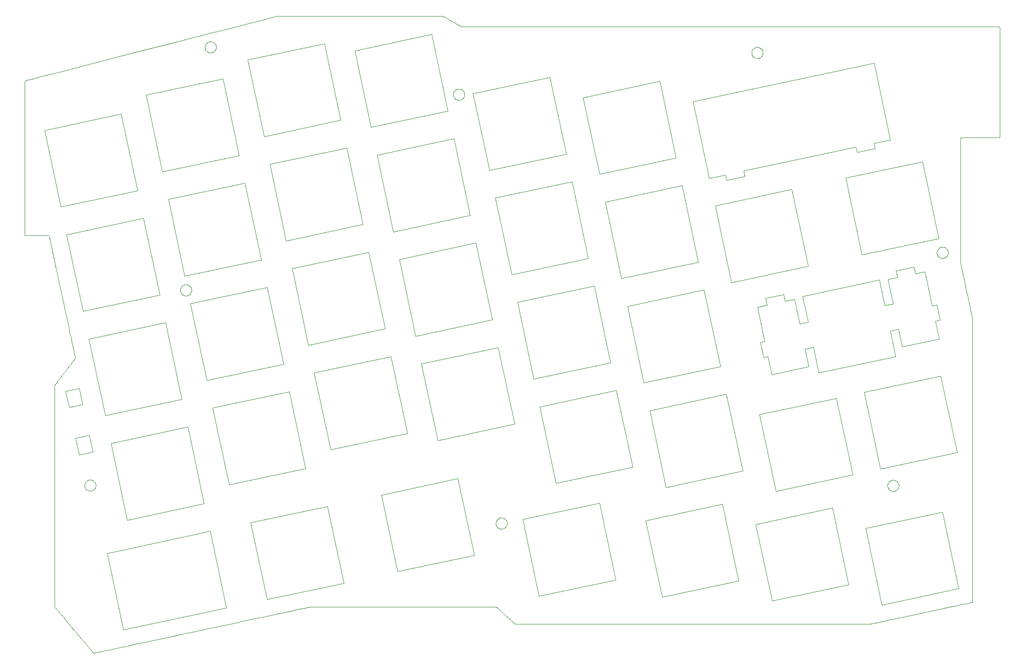
<source format=gm1>
G04 #@! TF.GenerationSoftware,KiCad,Pcbnew,(5.1.5-0-10_14)*
G04 #@! TF.CreationDate,2020-05-14T05:52:14+09:00*
G04 #@! TF.ProjectId,R-Key-v02-001,522d4b65-792d-4763-9032-2d3030312e6b,rev?*
G04 #@! TF.SameCoordinates,Original*
G04 #@! TF.FileFunction,Profile,NP*
%FSLAX46Y46*%
G04 Gerber Fmt 4.6, Leading zero omitted, Abs format (unit mm)*
G04 Created by KiCad (PCBNEW (5.1.5-0-10_14)) date 2020-05-14 05:52:14*
%MOMM*%
%LPD*%
G04 APERTURE LIST*
%ADD10C,0.050000*%
G04 APERTURE END LIST*
D10*
X82985880Y-33558533D02*
X82985880Y-33558533D01*
X180554900Y-34558870D02*
X180554900Y-34558870D01*
X84172060Y-34328746D02*
X84162288Y-34287228D01*
X84162288Y-34287228D02*
X84151058Y-34247091D01*
X84151058Y-34247091D02*
X84138025Y-34207027D01*
X84138025Y-34207027D02*
X84124224Y-34169837D01*
X84124224Y-34169837D02*
X84108583Y-34132388D01*
X84108583Y-34132388D02*
X84092213Y-34097212D01*
X84092213Y-34097212D02*
X84074758Y-34063215D01*
X84074758Y-34063215D02*
X84056484Y-34030726D01*
X84056484Y-34030726D02*
X84037083Y-33999070D01*
X84037083Y-33999070D02*
X84016157Y-33967644D01*
X84016157Y-33967644D02*
X83994805Y-33938039D01*
X83994805Y-33938039D02*
X83972684Y-33909610D01*
X83972684Y-33909610D02*
X83949114Y-33881491D01*
X83949114Y-33881491D02*
X83924834Y-33854585D01*
X83924834Y-33854585D02*
X83899643Y-33828618D01*
X83899643Y-33828618D02*
X83873571Y-33803613D01*
X83873571Y-33803613D02*
X83846933Y-33779833D01*
X83846933Y-33779833D02*
X83819348Y-33756916D01*
X83819348Y-33756916D02*
X83791132Y-33735123D01*
X83791132Y-33735123D02*
X83760173Y-33712969D01*
X83760173Y-33712969D02*
X83729829Y-33692906D01*
X83729829Y-33692906D02*
X83695217Y-33671870D01*
X83695217Y-33671870D02*
X83661102Y-33652939D01*
X83661102Y-33652939D02*
X83627610Y-33635984D01*
X83627610Y-33635984D02*
X83592449Y-33619827D01*
X83592449Y-33619827D02*
X83554369Y-33604131D01*
X83554369Y-33604131D02*
X83517757Y-33590726D01*
X83517757Y-33590726D02*
X83479497Y-33578410D01*
X83479497Y-33578410D02*
X83439583Y-33567339D01*
X83439583Y-33567339D02*
X83398205Y-33557720D01*
X83398205Y-33557720D02*
X83354807Y-33549605D01*
X83354807Y-33549605D02*
X83310537Y-33543360D01*
X83310537Y-33543360D02*
X83263519Y-33538939D01*
X83263519Y-33538939D02*
X83214719Y-33536728D01*
X83214719Y-33536728D02*
X83164375Y-33536968D01*
X83164375Y-33536968D02*
X83115867Y-33539615D01*
X83115867Y-33539615D02*
X83070287Y-33544275D01*
X83070287Y-33544275D02*
X83026148Y-33550810D01*
X83026148Y-33550810D02*
X82985880Y-33558533D01*
X83401593Y-35514841D02*
X83443259Y-35505043D01*
X83443259Y-35505043D02*
X83482978Y-35493948D01*
X83482978Y-35493948D02*
X83522086Y-35481272D01*
X83522086Y-35481272D02*
X83558909Y-35467677D01*
X83558909Y-35467677D02*
X83594587Y-35452897D01*
X83594587Y-35452897D02*
X83630162Y-35436494D01*
X83630162Y-35436494D02*
X83663527Y-35419523D01*
X83663527Y-35419523D02*
X83696417Y-35401194D01*
X83696417Y-35401194D02*
X83728138Y-35381917D01*
X83728138Y-35381917D02*
X83758850Y-35361649D01*
X83758850Y-35361649D02*
X83790832Y-35338740D01*
X83790832Y-35338740D02*
X83821944Y-35314537D01*
X83821944Y-35314537D02*
X83849726Y-35291178D01*
X83849726Y-35291178D02*
X83876592Y-35266876D01*
X83876592Y-35266876D02*
X83902119Y-35242062D01*
X83902119Y-35242062D02*
X83927484Y-35215565D01*
X83927484Y-35215565D02*
X83951472Y-35188618D01*
X83951472Y-35188618D02*
X83976094Y-35158801D01*
X83976094Y-35158801D02*
X83998206Y-35129891D01*
X83998206Y-35129891D02*
X84019252Y-35100215D01*
X84019252Y-35100215D02*
X84039613Y-35069169D01*
X84039613Y-35069169D02*
X84059007Y-35037066D01*
X84059007Y-35037066D02*
X84077902Y-35002925D01*
X84077902Y-35002925D02*
X84094822Y-34969409D01*
X84094822Y-34969409D02*
X84111096Y-34933878D01*
X84111096Y-34933878D02*
X84126331Y-34896818D01*
X84126331Y-34896818D02*
X84139977Y-34859476D01*
X84139977Y-34859476D02*
X84152312Y-34821008D01*
X84152312Y-34821008D02*
X84163293Y-34781245D01*
X84163293Y-34781245D02*
X84172878Y-34739835D01*
X84172878Y-34739835D02*
X84180958Y-34696406D01*
X84180958Y-34696406D02*
X84187120Y-34652483D01*
X84187120Y-34652483D02*
X84191465Y-34606199D01*
X84191465Y-34606199D02*
X84193695Y-34557177D01*
X84193695Y-34557177D02*
X84193480Y-34507383D01*
X84193480Y-34507383D02*
X84190868Y-34458842D01*
X84190868Y-34458842D02*
X84186245Y-34413228D01*
X84186245Y-34413228D02*
X84179746Y-34369049D01*
X84179746Y-34369049D02*
X84172060Y-34328746D01*
X82215413Y-34744544D02*
X82225115Y-34786061D01*
X82225115Y-34786061D02*
X82236227Y-34826012D01*
X82236227Y-34826012D02*
X82248741Y-34864784D01*
X82248741Y-34864784D02*
X82262865Y-34903105D01*
X82262865Y-34903105D02*
X82277975Y-34939499D01*
X82277975Y-34939499D02*
X82293992Y-34974189D01*
X82293992Y-34974189D02*
X82311066Y-35007725D01*
X82311066Y-35007725D02*
X82329025Y-35039947D01*
X82329025Y-35039947D02*
X82348708Y-35072321D01*
X82348708Y-35072321D02*
X82369106Y-35103181D01*
X82369106Y-35103181D02*
X82391021Y-35133771D01*
X82391021Y-35133771D02*
X82413538Y-35162839D01*
X82413538Y-35162839D02*
X82436561Y-35190420D01*
X82436561Y-35190420D02*
X82460385Y-35216962D01*
X82460385Y-35216962D02*
X82485099Y-35242597D01*
X82485099Y-35242597D02*
X82512186Y-35268710D01*
X82512186Y-35268710D02*
X82539061Y-35292776D01*
X82539061Y-35292776D02*
X82568810Y-35317487D01*
X82568810Y-35317487D02*
X82597656Y-35339680D01*
X82597656Y-35339680D02*
X82626967Y-35360598D01*
X82626967Y-35360598D02*
X82658268Y-35381254D01*
X82658268Y-35381254D02*
X82690321Y-35400733D01*
X82690321Y-35400733D02*
X82722589Y-35418744D01*
X82722589Y-35418744D02*
X82757883Y-35436719D01*
X82757883Y-35436719D02*
X82793376Y-35453080D01*
X82793376Y-35453080D02*
X82830925Y-35468614D01*
X82830925Y-35468614D02*
X82868066Y-35482267D01*
X82868066Y-35482267D02*
X82906514Y-35494681D01*
X82906514Y-35494681D02*
X82945891Y-35505648D01*
X82945891Y-35505648D02*
X82987284Y-35515331D01*
X82987284Y-35515331D02*
X83030698Y-35523512D01*
X83030698Y-35523512D02*
X83074992Y-35529822D01*
X83074992Y-35529822D02*
X83123197Y-35534399D01*
X83123197Y-35534399D02*
X83171464Y-35536616D01*
X83171464Y-35536616D02*
X83222840Y-35536398D01*
X83222840Y-35536398D02*
X83271408Y-35533750D01*
X83271408Y-35533750D02*
X83317051Y-35529091D01*
X83317051Y-35529091D02*
X83362839Y-35522287D01*
X83362839Y-35522287D02*
X83401593Y-35514841D01*
X82985880Y-33558533D02*
X82944139Y-33568315D01*
X82944139Y-33568315D02*
X82902842Y-33579865D01*
X82902842Y-33579865D02*
X82863710Y-33592594D01*
X82863710Y-33592594D02*
X82826502Y-33606380D01*
X82826502Y-33606380D02*
X82787970Y-33622479D01*
X82787970Y-33622479D02*
X82753672Y-33638446D01*
X82753672Y-33638446D02*
X82720173Y-33655621D01*
X82720173Y-33655621D02*
X82683700Y-33676208D01*
X82683700Y-33676208D02*
X82649880Y-33697173D01*
X82649880Y-33697173D02*
X82619854Y-33717419D01*
X82619854Y-33717419D02*
X82586441Y-33741895D01*
X82586441Y-33741895D02*
X82557808Y-33764641D01*
X82557808Y-33764641D02*
X82528120Y-33790125D01*
X82528120Y-33790125D02*
X82501546Y-33814732D01*
X82501546Y-33814732D02*
X82475791Y-33840378D01*
X82475791Y-33840378D02*
X82450260Y-33867741D01*
X82450260Y-33867741D02*
X82426875Y-33894707D01*
X82426875Y-33894707D02*
X82404368Y-33922611D01*
X82404368Y-33922611D02*
X82381893Y-33952653D01*
X82381893Y-33952653D02*
X82361080Y-33982719D01*
X82361080Y-33982719D02*
X82340883Y-34014316D01*
X82340883Y-34014316D02*
X82321873Y-34046648D01*
X82321873Y-34046648D02*
X82303388Y-34081015D01*
X82303388Y-34081015D02*
X82286876Y-34114737D01*
X82286876Y-34114737D02*
X82269876Y-34153249D01*
X82269876Y-34153249D02*
X82255532Y-34189669D01*
X82255532Y-34189669D02*
X82242487Y-34227042D01*
X82242487Y-34227042D02*
X82230706Y-34265710D01*
X82230706Y-34265710D02*
X82218742Y-34312305D01*
X82218742Y-34312305D02*
X82209979Y-34354348D01*
X82209979Y-34354348D02*
X82202859Y-34398022D01*
X82202859Y-34398022D02*
X82197536Y-34443695D01*
X82197536Y-34443695D02*
X82194188Y-34492893D01*
X82194188Y-34492893D02*
X82193295Y-34542516D01*
X82193295Y-34542516D02*
X82194905Y-34592487D01*
X82194905Y-34592487D02*
X82198730Y-34639585D01*
X82198730Y-34639585D02*
X82204599Y-34685287D01*
X82204599Y-34685287D02*
X82212012Y-34727939D01*
X82212012Y-34727939D02*
X82215413Y-34744544D01*
X127525626Y-43993530D02*
X127525626Y-43993530D01*
X181741080Y-35329082D02*
X181731619Y-35288533D01*
X181731619Y-35288533D02*
X181720716Y-35249140D01*
X181720716Y-35249140D02*
X181708512Y-35211087D01*
X181708512Y-35211087D02*
X181694756Y-35173453D01*
X181694756Y-35173453D02*
X181679913Y-35137358D01*
X181679913Y-35137358D02*
X181663588Y-35101726D01*
X181663588Y-35101726D02*
X181646142Y-35067287D01*
X181646142Y-35067287D02*
X181627458Y-35033710D01*
X181627458Y-35033710D02*
X181608490Y-35002468D01*
X181608490Y-35002468D02*
X181588242Y-34971742D01*
X181588242Y-34971742D02*
X181567049Y-34942030D01*
X181567049Y-34942030D02*
X181545077Y-34913490D01*
X181545077Y-34913490D02*
X181519676Y-34882969D01*
X181519676Y-34882969D02*
X181493397Y-34853821D01*
X181493397Y-34853821D02*
X181468452Y-34828159D01*
X181468452Y-34828159D02*
X181442091Y-34802930D01*
X181442091Y-34802930D02*
X181415145Y-34778946D01*
X181415145Y-34778946D02*
X181387382Y-34755966D01*
X181387382Y-34755966D02*
X181357623Y-34733115D01*
X181357623Y-34733115D02*
X181327354Y-34711610D01*
X181327354Y-34711610D02*
X181293457Y-34689441D01*
X181293457Y-34689441D02*
X181260971Y-34669956D01*
X181260971Y-34669956D02*
X181228590Y-34652135D01*
X181228590Y-34652135D02*
X181194541Y-34635018D01*
X181194541Y-34635018D02*
X181158971Y-34618816D01*
X181158971Y-34618816D02*
X181123101Y-34604128D01*
X181123101Y-34604128D02*
X181086278Y-34590695D01*
X181086278Y-34590695D02*
X181047436Y-34578261D01*
X181047436Y-34578261D02*
X181007655Y-34567303D01*
X181007655Y-34567303D02*
X180966597Y-34557823D01*
X180966597Y-34557823D02*
X180922774Y-34549696D01*
X180922774Y-34549696D02*
X180878828Y-34543563D01*
X180878828Y-34543563D02*
X180832903Y-34539276D01*
X180832903Y-34539276D02*
X180783469Y-34537054D01*
X180783469Y-34537054D02*
X180733644Y-34537305D01*
X180733644Y-34537305D02*
X180685076Y-34539952D01*
X180685076Y-34539952D02*
X180639433Y-34544612D01*
X180639433Y-34544612D02*
X180595227Y-34551147D01*
X180595227Y-34551147D02*
X180554900Y-34558870D01*
X180971460Y-36515178D02*
X181013126Y-36505380D01*
X181013126Y-36505380D02*
X181052845Y-36494285D01*
X181052845Y-36494285D02*
X181091953Y-36481609D01*
X181091953Y-36481609D02*
X181128774Y-36468014D01*
X181128774Y-36468014D02*
X181164451Y-36453234D01*
X181164451Y-36453234D02*
X181200026Y-36436831D01*
X181200026Y-36436831D02*
X181233389Y-36419860D01*
X181233389Y-36419860D02*
X181266277Y-36401531D01*
X181266277Y-36401531D02*
X181297994Y-36382254D01*
X181297994Y-36382254D02*
X181328704Y-36361986D01*
X181328704Y-36361986D02*
X181359464Y-36339985D01*
X181359464Y-36339985D02*
X181388251Y-36317725D01*
X181388251Y-36317725D02*
X181416143Y-36294488D01*
X181416143Y-36294488D02*
X181443117Y-36270301D01*
X181443117Y-36270301D02*
X181468754Y-36245595D01*
X181468754Y-36245595D02*
X181494233Y-36219212D01*
X181494233Y-36219212D02*
X181518087Y-36192653D01*
X181518087Y-36192653D02*
X181542375Y-36163537D01*
X181542375Y-36163537D02*
X181565310Y-36133846D01*
X181565310Y-36133846D02*
X181586265Y-36104573D01*
X181586265Y-36104573D02*
X181608567Y-36070775D01*
X181608567Y-36070775D02*
X181627992Y-36038702D01*
X181627992Y-36038702D02*
X181646215Y-36005915D01*
X181646215Y-36005915D02*
X181663213Y-35972452D01*
X181663213Y-35972452D02*
X181681218Y-35933181D01*
X181681218Y-35933181D02*
X181696185Y-35896628D01*
X181696185Y-35896628D02*
X181709598Y-35859813D01*
X181709598Y-35859813D02*
X181722013Y-35820984D01*
X181722013Y-35820984D02*
X181733131Y-35780479D01*
X181733131Y-35780479D02*
X181743016Y-35737194D01*
X181743016Y-35737194D02*
X181750923Y-35693728D01*
X181750923Y-35693728D02*
X181757078Y-35648250D01*
X181757078Y-35648250D02*
X181761136Y-35602307D01*
X181761136Y-35602307D02*
X181763108Y-35552861D01*
X181763108Y-35552861D02*
X181762598Y-35503033D01*
X181762598Y-35503033D02*
X181759692Y-35454469D01*
X181759692Y-35454469D02*
X181754783Y-35408835D01*
X181754783Y-35408835D02*
X181748003Y-35364646D01*
X181748003Y-35364646D02*
X181741080Y-35329082D01*
X179785280Y-35744880D02*
X179794982Y-35786398D01*
X179794982Y-35786398D02*
X179806094Y-35826349D01*
X179806094Y-35826349D02*
X179818608Y-35865121D01*
X179818608Y-35865121D02*
X179832732Y-35903442D01*
X179832732Y-35903442D02*
X179847842Y-35939836D01*
X179847842Y-35939836D02*
X179863859Y-35974526D01*
X179863859Y-35974526D02*
X179880933Y-36008062D01*
X179880933Y-36008062D02*
X179898892Y-36040284D01*
X179898892Y-36040284D02*
X179918575Y-36072658D01*
X179918575Y-36072658D02*
X179938973Y-36103518D01*
X179938973Y-36103518D02*
X179960888Y-36134108D01*
X179960888Y-36134108D02*
X179983405Y-36163176D01*
X179983405Y-36163176D02*
X180006428Y-36190757D01*
X180006428Y-36190757D02*
X180030252Y-36217299D01*
X180030252Y-36217299D02*
X180054966Y-36242934D01*
X180054966Y-36242934D02*
X180082053Y-36269047D01*
X180082053Y-36269047D02*
X180108928Y-36293113D01*
X180108928Y-36293113D02*
X180138677Y-36317824D01*
X180138677Y-36317824D02*
X180167523Y-36340017D01*
X180167523Y-36340017D02*
X180196834Y-36360935D01*
X180196834Y-36360935D02*
X180228135Y-36381591D01*
X180228135Y-36381591D02*
X180260188Y-36401070D01*
X180260188Y-36401070D02*
X180292456Y-36419081D01*
X180292456Y-36419081D02*
X180327750Y-36437056D01*
X180327750Y-36437056D02*
X180363243Y-36453417D01*
X180363243Y-36453417D02*
X180400792Y-36468951D01*
X180400792Y-36468951D02*
X180437933Y-36482604D01*
X180437933Y-36482604D02*
X180476381Y-36495018D01*
X180476381Y-36495018D02*
X180515758Y-36505985D01*
X180515758Y-36505985D02*
X180557151Y-36515668D01*
X180557151Y-36515668D02*
X180600565Y-36523849D01*
X180600565Y-36523849D02*
X180644859Y-36530159D01*
X180644859Y-36530159D02*
X180693064Y-36534736D01*
X180693064Y-36534736D02*
X180741331Y-36536953D01*
X180741331Y-36536953D02*
X180792707Y-36536735D01*
X180792707Y-36536735D02*
X180841275Y-36534087D01*
X180841275Y-36534087D02*
X180886918Y-36529428D01*
X180886918Y-36529428D02*
X180932706Y-36522624D01*
X180932706Y-36522624D02*
X180971460Y-36515178D01*
X180554900Y-34558870D02*
X180513419Y-34568603D01*
X180513419Y-34568603D02*
X180473508Y-34579743D01*
X180473508Y-34579743D02*
X180433284Y-34592801D01*
X180433284Y-34592801D02*
X180394665Y-34607148D01*
X180394665Y-34607148D02*
X180358698Y-34622187D01*
X180358698Y-34622187D02*
X180323544Y-34638528D01*
X180323544Y-34638528D02*
X180289229Y-34656140D01*
X180289229Y-34656140D02*
X180257095Y-34674207D01*
X180257095Y-34674207D02*
X180225457Y-34693585D01*
X180225457Y-34693585D02*
X180195139Y-34713733D01*
X180195139Y-34713733D02*
X180165670Y-34734910D01*
X180165670Y-34734910D02*
X180136769Y-34757326D01*
X180136769Y-34757326D02*
X180109064Y-34780483D01*
X180109064Y-34780483D02*
X180082129Y-34804704D01*
X180082129Y-34804704D02*
X180056131Y-34829843D01*
X180056131Y-34829843D02*
X180031092Y-34855864D01*
X180031092Y-34855864D02*
X180006910Y-34882879D01*
X180006910Y-34882879D02*
X179983974Y-34910434D01*
X179983974Y-34910434D02*
X179961039Y-34940121D01*
X179961039Y-34940121D02*
X179939872Y-34969703D01*
X179939872Y-34969703D02*
X179919391Y-35000657D01*
X179919391Y-35000657D02*
X179899114Y-35033967D01*
X179899114Y-35033967D02*
X179881017Y-35066391D01*
X179881017Y-35066391D02*
X179863790Y-35100156D01*
X179863790Y-35100156D02*
X179844982Y-35141125D01*
X179844982Y-35141125D02*
X179830163Y-35177330D01*
X179830163Y-35177330D02*
X179816628Y-35214500D01*
X179816628Y-35214500D02*
X179804340Y-35252975D01*
X179804340Y-35252975D02*
X179793544Y-35292187D01*
X179793544Y-35292187D02*
X179783950Y-35333784D01*
X179783950Y-35333784D02*
X179775912Y-35377212D01*
X179775912Y-35377212D02*
X179769794Y-35421135D01*
X179769794Y-35421135D02*
X179765419Y-35468571D01*
X179765419Y-35468571D02*
X179763294Y-35517992D01*
X179763294Y-35517992D02*
X179763648Y-35567798D01*
X179763648Y-35567798D02*
X179766400Y-35616345D01*
X179766400Y-35616345D02*
X179771161Y-35661965D01*
X179771161Y-35661965D02*
X179777799Y-35706149D01*
X179777799Y-35706149D02*
X179785280Y-35744880D01*
X108945526Y-35148404D02*
X108945526Y-35148404D01*
X111856366Y-48842983D02*
X108945526Y-35148404D01*
X125550353Y-45932058D02*
X111856366Y-48842983D01*
X122639513Y-32237564D02*
X125550353Y-45932058D01*
X108945526Y-35148404D02*
X122639513Y-32237564D01*
X126527406Y-42993363D02*
X126528667Y-43044073D01*
X126528667Y-43044073D02*
X126532144Y-43091362D01*
X126532144Y-43091362D02*
X126537508Y-43136068D01*
X126537508Y-43136068D02*
X126544602Y-43178992D01*
X126544602Y-43178992D02*
X126553318Y-43220523D01*
X126553318Y-43220523D02*
X126563629Y-43261027D01*
X126563629Y-43261027D02*
X126575806Y-43301583D01*
X126575806Y-43301583D02*
X126589035Y-43339781D01*
X126589035Y-43339781D02*
X126603453Y-43376557D01*
X126603453Y-43376557D02*
X126619339Y-43412776D01*
X126619339Y-43412776D02*
X126636599Y-43448231D01*
X126636599Y-43448231D02*
X126654455Y-43481567D01*
X126654455Y-43481567D02*
X126674303Y-43515420D01*
X126674303Y-43515420D02*
X126694588Y-43547155D01*
X126694588Y-43547155D02*
X126715135Y-43576838D01*
X126715135Y-43576838D02*
X126739478Y-43609286D01*
X126739478Y-43609286D02*
X126762178Y-43637257D01*
X126762178Y-43637257D02*
X126785594Y-43664101D01*
X126785594Y-43664101D02*
X126810459Y-43690627D01*
X126810459Y-43690627D02*
X126835717Y-43715716D01*
X126835717Y-43715716D02*
X126862402Y-43740395D01*
X126862402Y-43740395D02*
X126889683Y-43763862D01*
X126889683Y-43763862D02*
X126917798Y-43786348D01*
X126917798Y-43786348D02*
X126948708Y-43809248D01*
X126948708Y-43809248D02*
X126978937Y-43829934D01*
X126978937Y-43829934D02*
X127010746Y-43850015D01*
X127010746Y-43850015D02*
X127043342Y-43868914D01*
X127043342Y-43868914D02*
X127077706Y-43887113D01*
X127077706Y-43887113D02*
X127111804Y-43903522D01*
X127111804Y-43903522D02*
X127146949Y-43918806D01*
X127146949Y-43918806D02*
X127183845Y-43933156D01*
X127183845Y-43933156D02*
X127222516Y-43946412D01*
X127222516Y-43946412D02*
X127261317Y-43957951D01*
X127261317Y-43957951D02*
X127301507Y-43968115D01*
X127301507Y-43968115D02*
X127345181Y-43977156D01*
X127345181Y-43977156D02*
X127388543Y-43984129D01*
X127388543Y-43984129D02*
X127433679Y-43989321D01*
X127433679Y-43989321D02*
X127482771Y-43992617D01*
X127482771Y-43992617D02*
X127525626Y-43993530D01*
X127525626Y-41993534D02*
X127473620Y-41994875D01*
X127473620Y-41994875D02*
X127426214Y-41998459D01*
X127426214Y-41998459D02*
X127380984Y-42004015D01*
X127380984Y-42004015D02*
X127337918Y-42011287D01*
X127337918Y-42011287D02*
X127295484Y-42020386D01*
X127295484Y-42020386D02*
X127255207Y-42030854D01*
X127255207Y-42030854D02*
X127215598Y-42042946D01*
X127215598Y-42042946D02*
X127176695Y-42056625D01*
X127176695Y-42056625D02*
X127140285Y-42071116D01*
X127140285Y-42071116D02*
X127105272Y-42086657D01*
X127105272Y-42086657D02*
X127071309Y-42103319D01*
X127071309Y-42103319D02*
X127036761Y-42121956D01*
X127036761Y-42121956D02*
X127004320Y-42141109D01*
X127004320Y-42141109D02*
X126973610Y-42160809D01*
X126973610Y-42160809D02*
X126941844Y-42182907D01*
X126941844Y-42182907D02*
X126911874Y-42205492D01*
X126911874Y-42205492D02*
X126883930Y-42228197D01*
X126883930Y-42228197D02*
X126856966Y-42251748D01*
X126856966Y-42251748D02*
X126830863Y-42276236D01*
X126830863Y-42276236D02*
X126805254Y-42302039D01*
X126805254Y-42302039D02*
X126779839Y-42329597D01*
X126779839Y-42329597D02*
X126756412Y-42356936D01*
X126756412Y-42356936D02*
X126734072Y-42384961D01*
X126734072Y-42384961D02*
X126712729Y-42413798D01*
X126712729Y-42413798D02*
X126690438Y-42446395D01*
X126690438Y-42446395D02*
X126670387Y-42478283D01*
X126670387Y-42478283D02*
X126652065Y-42509972D01*
X126652065Y-42509972D02*
X126634452Y-42543221D01*
X126634452Y-42543221D02*
X126617909Y-42577543D01*
X126617909Y-42577543D02*
X126602433Y-42613102D01*
X126602433Y-42613102D02*
X126588375Y-42649179D01*
X126588375Y-42649179D02*
X126574982Y-42688109D01*
X126574982Y-42688109D02*
X126563423Y-42726813D01*
X126563423Y-42726813D02*
X126553231Y-42766910D01*
X126553231Y-42766910D02*
X126544315Y-42809546D01*
X126544315Y-42809546D02*
X126537232Y-42852826D01*
X126537232Y-42852826D02*
X126531879Y-42898281D01*
X126531879Y-42898281D02*
X126528501Y-42946130D01*
X126528501Y-42946130D02*
X126527406Y-42993363D01*
X128527233Y-42993363D02*
X128526028Y-42943934D01*
X128526028Y-42943934D02*
X128522611Y-42896703D01*
X128522611Y-42896703D02*
X128517247Y-42851658D01*
X128517247Y-42851658D02*
X128510054Y-42808012D01*
X128510054Y-42808012D02*
X128501038Y-42765209D01*
X128501038Y-42765209D02*
X128490838Y-42725327D01*
X128490838Y-42725327D02*
X128478875Y-42685552D01*
X128478875Y-42685552D02*
X128465722Y-42647566D01*
X128465722Y-42647566D02*
X128451463Y-42611166D01*
X128451463Y-42611166D02*
X128435997Y-42575819D01*
X128435997Y-42575819D02*
X128419476Y-42541703D01*
X128419476Y-42541703D02*
X128400887Y-42506837D01*
X128400887Y-42506837D02*
X128381959Y-42474416D01*
X128381959Y-42474416D02*
X128361756Y-42442623D01*
X128361756Y-42442623D02*
X128341280Y-42412880D01*
X128341280Y-42412880D02*
X128319769Y-42383920D01*
X128319769Y-42383920D02*
X128297252Y-42355779D01*
X128297252Y-42355779D02*
X128272752Y-42327357D01*
X128272752Y-42327357D02*
X128248258Y-42300957D01*
X128248258Y-42300957D02*
X128222836Y-42275453D01*
X128222836Y-42275453D02*
X128196515Y-42250867D01*
X128196515Y-42250867D02*
X128168166Y-42226266D01*
X128168166Y-42226266D02*
X128140086Y-42203645D01*
X128140086Y-42203645D02*
X128111186Y-42182026D01*
X128111186Y-42182026D02*
X128081179Y-42161227D01*
X128081179Y-42161227D02*
X128049744Y-42141109D01*
X128049744Y-42141109D02*
X128014389Y-42120383D01*
X128014389Y-42120383D02*
X127979821Y-42101939D01*
X127979821Y-42101939D02*
X127944285Y-42084742D01*
X127944285Y-42084742D02*
X127909394Y-42069502D01*
X127909394Y-42069502D02*
X127872385Y-42055029D01*
X127872385Y-42055029D02*
X127834677Y-42041997D01*
X127834677Y-42041997D02*
X127794810Y-42030023D01*
X127794810Y-42030023D02*
X127754643Y-42019764D01*
X127754643Y-42019764D02*
X127713074Y-42010994D01*
X127713074Y-42010994D02*
X127670107Y-42003845D01*
X127670107Y-42003845D02*
X127622589Y-41998151D01*
X127622589Y-41998151D02*
X127574810Y-41994715D01*
X127574810Y-41994715D02*
X127525626Y-41993534D01*
X127525626Y-43993530D02*
X127574810Y-43992347D01*
X127574810Y-43992347D02*
X127622589Y-43988914D01*
X127622589Y-43988914D02*
X127668352Y-43983474D01*
X127668352Y-43983474D02*
X127711536Y-43976375D01*
X127711536Y-43976375D02*
X127754453Y-43967370D01*
X127754453Y-43967370D02*
X127795926Y-43956769D01*
X127795926Y-43956769D02*
X127834859Y-43945060D01*
X127834859Y-43945060D02*
X127873822Y-43931572D01*
X127873822Y-43931572D02*
X127910802Y-43917061D01*
X127910802Y-43917061D02*
X127945666Y-43901780D01*
X127945666Y-43901780D02*
X127979821Y-43885232D01*
X127979821Y-43885232D02*
X128013234Y-43867447D01*
X128013234Y-43867447D02*
X128045559Y-43848648D01*
X128045559Y-43848648D02*
X128076467Y-43829107D01*
X128076467Y-43829107D02*
X128106292Y-43808703D01*
X128106292Y-43808703D02*
X128135325Y-43787264D01*
X128135325Y-43787264D02*
X128163545Y-43764819D01*
X128163545Y-43764819D02*
X128190920Y-43741392D01*
X128190920Y-43741392D02*
X128217155Y-43717270D01*
X128217155Y-43717270D02*
X128243038Y-43691702D01*
X128243038Y-43691702D02*
X128267728Y-43665491D01*
X128267728Y-43665491D02*
X128291224Y-43638691D01*
X128291224Y-43638691D02*
X128315160Y-43609286D01*
X128315160Y-43609286D02*
X128338648Y-43578058D01*
X128338648Y-43578058D02*
X128359255Y-43548407D01*
X128359255Y-43548407D02*
X128379596Y-43516705D01*
X128379596Y-43516705D02*
X128398481Y-43484693D01*
X128398481Y-43484693D02*
X128416717Y-43450925D01*
X128416717Y-43450925D02*
X128434081Y-43415531D01*
X128434081Y-43415531D02*
X128449484Y-43380774D01*
X128449484Y-43380774D02*
X128464659Y-43342469D01*
X128464659Y-43342469D02*
X128477806Y-43304868D01*
X128477806Y-43304868D02*
X128489588Y-43266228D01*
X128489588Y-43266228D02*
X128499924Y-43226564D01*
X128499924Y-43226564D02*
X128509106Y-43183979D01*
X128509106Y-43183979D02*
X128516516Y-43140349D01*
X128516516Y-43140349D02*
X128522106Y-43095310D01*
X128522106Y-43095310D02*
X128525805Y-43047270D01*
X128525805Y-43047270D02*
X128527218Y-42998419D01*
X128527218Y-42998419D02*
X128527233Y-42993363D01*
X89815939Y-36778660D02*
X89815939Y-36778660D01*
X92726780Y-50473240D02*
X89815939Y-36778660D01*
X106421613Y-47562315D02*
X92726780Y-50473240D01*
X103510773Y-33867820D02*
X106421613Y-47562315D01*
X89815939Y-36778660D02*
X103510773Y-33867820D01*
X130052080Y-42821574D02*
X130052080Y-42821574D01*
X132962920Y-56516069D02*
X130052080Y-42821574D01*
X146657753Y-53605144D02*
X132962920Y-56516069D01*
X143746066Y-39910650D02*
X146657753Y-53605144D01*
X130052080Y-42821574D02*
X143746066Y-39910650D01*
X71677800Y-43069817D02*
X71677800Y-43069817D01*
X74588640Y-56764396D02*
X71677800Y-43069817D01*
X88283472Y-53853472D02*
X74588640Y-56764396D01*
X60368026Y-98359267D02*
X57934706Y-98876411D01*
X59744033Y-95424805D02*
X60368026Y-98359267D01*
X57311560Y-95942034D02*
X59744033Y-95424805D01*
X61460226Y-86625822D02*
X61460226Y-86625822D01*
X64371066Y-100320316D02*
X61460226Y-86625822D01*
X78065900Y-97409476D02*
X64371066Y-100320316D01*
X75155060Y-83714982D02*
X78065900Y-97409476D01*
X61460226Y-86625822D02*
X75155060Y-83714982D01*
X55360840Y-94920701D02*
X55366851Y-94876603D01*
X55366851Y-94876603D02*
X55381675Y-94841004D01*
X55381675Y-94841004D02*
X55393013Y-94823842D01*
X54373626Y-68253494D02*
X54360180Y-68215522D01*
X54360180Y-68215522D02*
X54340274Y-68185116D01*
X54340274Y-68185116D02*
X54314829Y-68160550D01*
X54314829Y-68160550D02*
X54283660Y-68141663D01*
X54283660Y-68141663D02*
X54245646Y-68129632D01*
X54245646Y-68129632D02*
X54216993Y-68127002D01*
X181193286Y-100108650D02*
X194887273Y-97197386D01*
X62679426Y-112571583D02*
X62669353Y-112528874D01*
X62669353Y-112528874D02*
X62658315Y-112489502D01*
X62658315Y-112489502D02*
X62645276Y-112449428D01*
X62645276Y-112449428D02*
X62631469Y-112412230D01*
X62631469Y-112412230D02*
X62616613Y-112376558D01*
X62616613Y-112376558D02*
X62599798Y-112340294D01*
X62599798Y-112340294D02*
X62582826Y-112307128D01*
X62582826Y-112307128D02*
X62564707Y-112274770D01*
X62564707Y-112274770D02*
X62545576Y-112243399D01*
X62545576Y-112243399D02*
X62525372Y-112212865D01*
X62525372Y-112212865D02*
X62504127Y-112183187D01*
X62504127Y-112183187D02*
X62481749Y-112154240D01*
X62481749Y-112154240D02*
X62457647Y-112125346D01*
X62457647Y-112125346D02*
X62431367Y-112096200D01*
X62431367Y-112096200D02*
X62406424Y-112070540D01*
X62406424Y-112070540D02*
X62380069Y-112045315D01*
X62380069Y-112045315D02*
X62353130Y-112021335D01*
X62353130Y-112021335D02*
X62323321Y-111996725D01*
X62323321Y-111996725D02*
X62293211Y-111973733D01*
X62293211Y-111973733D02*
X62261187Y-111951167D01*
X62261187Y-111951167D02*
X62230858Y-111931453D01*
X62230858Y-111931453D02*
X62199023Y-111912368D01*
X62199023Y-111912368D02*
X62166661Y-111894550D01*
X62166661Y-111894550D02*
X62132969Y-111877598D01*
X62132969Y-111877598D02*
X62098461Y-111861835D01*
X62098461Y-111861835D02*
X62062110Y-111846891D01*
X62062110Y-111846891D02*
X62025500Y-111833487D01*
X62025500Y-111833487D02*
X61986697Y-111821009D01*
X61986697Y-111821009D02*
X61947321Y-111810099D01*
X61947321Y-111810099D02*
X61905933Y-111800474D01*
X61905933Y-111800474D02*
X61863839Y-111792568D01*
X61863839Y-111792568D02*
X61818612Y-111786145D01*
X61818612Y-111786145D02*
X61772722Y-111781774D01*
X61772722Y-111781774D02*
X61724871Y-111779496D01*
X61724871Y-111779496D02*
X61673525Y-111779613D01*
X61673525Y-111779613D02*
X61623406Y-111782283D01*
X61623406Y-111782283D02*
X61577773Y-111786917D01*
X61577773Y-111786917D02*
X61533572Y-111793424D01*
X61533572Y-111793424D02*
X61493246Y-111801116D01*
X61908960Y-113757763D02*
X61950496Y-113747992D01*
X61950496Y-113747992D02*
X61990461Y-113736825D01*
X61990461Y-113736825D02*
X62028499Y-113724518D01*
X62028499Y-113724518D02*
X62066482Y-113710522D01*
X62066482Y-113710522D02*
X62102553Y-113695576D01*
X62102553Y-113695576D02*
X62137976Y-113679236D01*
X62137976Y-113679236D02*
X62171194Y-113662343D01*
X62171194Y-113662343D02*
X62204106Y-113644009D01*
X62204106Y-113644009D02*
X62235844Y-113624732D01*
X62235844Y-113624732D02*
X62266572Y-113604463D01*
X62266572Y-113604463D02*
X62298260Y-113581782D01*
X62298260Y-113581782D02*
X62329829Y-113557234D01*
X62329829Y-113557234D02*
X62357468Y-113533999D01*
X62357468Y-113533999D02*
X62384334Y-113509703D01*
X62384334Y-113509703D02*
X62409858Y-113484894D01*
X62409858Y-113484894D02*
X62435218Y-113458405D01*
X62435218Y-113458405D02*
X62461151Y-113429184D01*
X62461151Y-113429184D02*
X62483811Y-113401657D01*
X62483811Y-113401657D02*
X62507685Y-113370337D01*
X62507685Y-113370337D02*
X62528421Y-113340920D01*
X62528421Y-113340920D02*
X62548285Y-113310465D01*
X62548285Y-113310465D02*
X62568165Y-113277359D01*
X62568165Y-113277359D02*
X62586243Y-113244501D01*
X62586243Y-113244501D02*
X62603743Y-113209612D01*
X62603743Y-113209612D02*
X62619444Y-113175072D01*
X62619444Y-113175072D02*
X62634116Y-113139219D01*
X62634116Y-113139219D02*
X62647536Y-113102410D01*
X62647536Y-113102410D02*
X62659849Y-113063947D01*
X62659849Y-113063947D02*
X62671087Y-113023087D01*
X62671087Y-113023087D02*
X62680681Y-112981294D01*
X62680681Y-112981294D02*
X62688673Y-112937845D01*
X62688673Y-112937845D02*
X62694767Y-112893712D01*
X62694767Y-112893712D02*
X62699181Y-112844909D01*
X62699181Y-112844909D02*
X62701189Y-112795453D01*
X62701189Y-112795453D02*
X62700725Y-112745614D01*
X62700725Y-112745614D02*
X62697736Y-112695461D01*
X62697736Y-112695461D02*
X62692603Y-112648226D01*
X62692603Y-112648226D02*
X62685737Y-112604008D01*
X62685737Y-112604008D02*
X62679426Y-112571583D01*
X60722780Y-112987296D02*
X60732844Y-113029997D01*
X60732844Y-113029997D02*
X60744981Y-113072984D01*
X60744981Y-113072984D02*
X60757377Y-113110760D01*
X60757377Y-113110760D02*
X60771734Y-113149214D01*
X60771734Y-113149214D02*
X60787316Y-113186267D01*
X60787316Y-113186267D02*
X60804702Y-113223315D01*
X60804702Y-113223315D02*
X60821836Y-113256382D01*
X60821836Y-113256382D02*
X60840603Y-113289470D01*
X60840603Y-113289470D02*
X60859916Y-113320720D01*
X60859916Y-113320720D02*
X60880298Y-113351133D01*
X60880298Y-113351133D02*
X60902398Y-113381592D01*
X60902398Y-113381592D02*
X60924492Y-113409793D01*
X60924492Y-113409793D02*
X60947527Y-113437121D01*
X60947527Y-113437121D02*
X60972639Y-113464792D01*
X60972639Y-113464792D02*
X61000329Y-113493041D01*
X61000329Y-113493041D02*
X61026561Y-113517860D01*
X61026561Y-113517860D02*
X61053637Y-113541691D01*
X61053637Y-113541691D02*
X61081526Y-113564518D01*
X61081526Y-113564518D02*
X61111104Y-113586981D01*
X61111104Y-113586981D02*
X61141011Y-113608013D01*
X61141011Y-113608013D02*
X61172296Y-113628341D01*
X61172296Y-113628341D02*
X61207081Y-113649078D01*
X61207081Y-113649078D02*
X61239691Y-113666849D01*
X61239691Y-113666849D02*
X61273803Y-113683812D01*
X61273803Y-113683812D02*
X61309261Y-113699782D01*
X61309261Y-113699782D02*
X61345531Y-113714448D01*
X61345531Y-113714448D02*
X61382764Y-113727825D01*
X61382764Y-113727825D02*
X61421118Y-113739898D01*
X61421118Y-113739898D02*
X61460754Y-113750622D01*
X61460754Y-113750622D02*
X61502221Y-113759990D01*
X61502221Y-113759990D02*
X61544761Y-113767686D01*
X61544761Y-113767686D02*
X61591201Y-113773924D01*
X61591201Y-113773924D02*
X61638702Y-113778010D01*
X61638702Y-113778010D02*
X61688184Y-113779829D01*
X61688184Y-113779829D02*
X61738047Y-113779164D01*
X61738047Y-113779164D02*
X61786645Y-113776104D01*
X61786645Y-113776104D02*
X61833886Y-113770837D01*
X61833886Y-113770837D02*
X61878111Y-113763840D01*
X61878111Y-113763840D02*
X61908960Y-113757763D01*
X61493246Y-111801116D02*
X61452089Y-111810781D01*
X61452089Y-111810781D02*
X61409074Y-111822859D01*
X61409074Y-111822859D02*
X61371091Y-111835272D01*
X61371091Y-111835272D02*
X61334258Y-111848944D01*
X61334258Y-111848944D02*
X61296796Y-111864586D01*
X61296796Y-111864586D02*
X61261609Y-111880954D01*
X61261609Y-111880954D02*
X61219486Y-111902822D01*
X61219486Y-111902822D02*
X61187526Y-111921182D01*
X61187526Y-111921182D02*
X61154790Y-111941678D01*
X61154790Y-111941678D02*
X61124541Y-111962253D01*
X61124541Y-111962253D02*
X61095454Y-111983625D01*
X61095454Y-111983625D02*
X61066651Y-112006461D01*
X61066651Y-112006461D02*
X61039336Y-112029783D01*
X61039336Y-112029783D02*
X61012384Y-112054544D01*
X61012384Y-112054544D02*
X60987053Y-112079554D01*
X60987053Y-112079554D02*
X60960889Y-112107361D01*
X60960889Y-112107361D02*
X60937158Y-112134524D01*
X60937158Y-112134524D02*
X60914551Y-112162350D01*
X60914551Y-112162350D02*
X60892962Y-112190947D01*
X60892962Y-112190947D02*
X60871992Y-112220901D01*
X60871992Y-112220901D02*
X60851729Y-112252231D01*
X60851729Y-112252231D02*
X60832541Y-112284453D01*
X60832541Y-112284453D02*
X60814560Y-112317382D01*
X60814560Y-112317382D02*
X60797806Y-112350975D01*
X60797806Y-112350975D02*
X60781637Y-112386755D01*
X60781637Y-112386755D02*
X60766997Y-112422836D01*
X60766997Y-112422836D02*
X60753687Y-112459692D01*
X60753687Y-112459692D02*
X60741543Y-112498016D01*
X60741543Y-112498016D02*
X60729285Y-112543509D01*
X60729285Y-112543509D02*
X60720005Y-112585390D01*
X60720005Y-112585390D02*
X60712111Y-112630419D01*
X60712111Y-112630419D02*
X60706256Y-112676152D01*
X60706256Y-112676152D02*
X60702453Y-112723493D01*
X60702453Y-112723493D02*
X60700905Y-112772989D01*
X60700905Y-112772989D02*
X60701839Y-112822849D01*
X60701839Y-112822849D02*
X60705014Y-112869857D01*
X60705014Y-112869857D02*
X60710235Y-112915480D01*
X60710235Y-112915480D02*
X60717319Y-112959651D01*
X60717319Y-112959651D02*
X60722780Y-112987296D01*
X204838146Y-111856996D02*
X204838146Y-111856996D01*
X184104126Y-113802636D02*
X181193286Y-100108650D01*
X197798113Y-110891796D02*
X184104126Y-113802636D01*
X194887273Y-97197386D02*
X197798113Y-110891796D01*
X155513886Y-129625143D02*
X141819053Y-132535983D01*
X152603046Y-115930310D02*
X155513886Y-129625143D01*
X138908213Y-118841150D02*
X152603046Y-115930310D01*
X153636826Y-62152922D02*
X153636826Y-62152922D01*
X156547666Y-75847416D02*
X153636826Y-62152922D01*
X170241653Y-72936576D02*
X156547666Y-75847416D01*
X167330813Y-59242082D02*
X170241653Y-72936576D01*
X161564166Y-99418616D02*
X175259000Y-96508030D01*
X61493246Y-111801116D02*
X61493246Y-111801116D01*
X181193286Y-100108650D02*
X181193286Y-100108650D01*
X157603460Y-80785261D02*
X171291520Y-77875691D01*
X57311560Y-95942034D02*
X57311560Y-95942034D01*
X57934706Y-98876411D02*
X57311560Y-95942034D01*
X155629033Y-95811647D02*
X158539873Y-109505803D01*
X141934200Y-98722487D02*
X155629033Y-95811647D01*
X83559920Y-98970814D02*
X83559920Y-98970814D01*
X141934200Y-98722487D02*
X141934200Y-98722487D01*
X144845040Y-112416643D02*
X141934200Y-98722487D01*
X158539873Y-109505803D02*
X144845040Y-112416643D01*
X190797026Y-88093010D02*
X189310280Y-88409071D01*
X191774926Y-92690326D02*
X190797026Y-88093010D01*
X205468913Y-89779570D02*
X191774926Y-92690326D01*
X204491860Y-85182255D02*
X205468913Y-89779570D01*
X202743493Y-109841083D02*
X199832653Y-96146250D01*
X216438326Y-106930243D02*
X202743493Y-109841083D01*
X213527486Y-93235410D02*
X216438326Y-106930243D01*
X199832653Y-96146250D02*
X213527486Y-93235410D01*
X61538120Y-103865310D02*
X62162113Y-106799856D01*
X59104800Y-104382623D02*
X61538120Y-103865310D01*
X199832653Y-96146250D02*
X199832653Y-96146250D01*
X59104800Y-104382623D02*
X59104800Y-104382623D01*
X59728793Y-107317170D02*
X59104800Y-104382623D01*
X62162113Y-106799856D02*
X59728793Y-107317170D01*
X118303733Y-103463143D02*
X104608900Y-106373983D01*
X115392893Y-89768818D02*
X118303733Y-103463143D01*
X101698060Y-92679658D02*
X115392893Y-89768818D01*
X178325626Y-56633417D02*
X178525440Y-57575334D01*
X198367920Y-52373329D02*
X178325626Y-56633417D01*
X198567733Y-53315246D02*
X198367920Y-52373329D01*
X201796073Y-52629107D02*
X198567733Y-53315246D01*
X86470759Y-112665563D02*
X83559920Y-98970814D01*
X100165593Y-109754723D02*
X86470759Y-112665563D01*
X97254753Y-96059975D02*
X100165593Y-109754723D01*
X83559920Y-98970814D02*
X97254753Y-96059975D01*
X120827646Y-91049401D02*
X134521633Y-88138561D01*
X101698060Y-92679658D02*
X101698060Y-92679658D01*
X104608900Y-106373983D02*
X101698060Y-92679658D01*
X67233646Y-46447678D02*
X70144486Y-60142173D01*
X53538813Y-49358518D02*
X67233646Y-46447678D01*
X112906233Y-53782098D02*
X112906233Y-53782098D01*
X115817073Y-67476592D02*
X112906233Y-53782098D01*
X205977760Y-84866279D02*
X204491860Y-85182255D01*
X206650013Y-88025700D02*
X205977760Y-84866279D01*
X213252320Y-86622266D02*
X206650013Y-88025700D01*
X130243426Y-125269890D02*
X116548593Y-128180730D01*
X127332586Y-111575056D02*
X130243426Y-125269890D01*
X113637753Y-114485896D02*
X127332586Y-111575056D01*
X120827646Y-91049401D02*
X120827646Y-91049401D01*
X123738486Y-104744150D02*
X120827646Y-91049401D01*
X137432473Y-101833310D02*
X123738486Y-104744150D01*
X134521633Y-88138561D02*
X137432473Y-101833310D01*
X135116840Y-120570890D02*
X135116840Y-120570890D01*
X113637753Y-114485896D02*
X113637753Y-114485896D01*
X116548593Y-128180730D02*
X113637753Y-114485896D01*
X212580913Y-83462844D02*
X213252320Y-86622266D01*
X213392866Y-83290294D02*
X212580913Y-83462844D01*
X212813746Y-80566144D02*
X213392866Y-83290294D01*
X212001793Y-80738694D02*
X212813746Y-80566144D01*
X205253860Y-113813643D02*
X205295397Y-113803934D01*
X205295397Y-113803934D02*
X205335368Y-113792823D01*
X205335368Y-113792823D02*
X205377139Y-113779273D01*
X205377139Y-113779273D02*
X205414322Y-113765466D01*
X205414322Y-113765466D02*
X205458509Y-113746808D01*
X205458509Y-113746808D02*
X205493861Y-113730016D01*
X205493861Y-113730016D02*
X205528014Y-113712119D01*
X205528014Y-113712119D02*
X205559984Y-113693786D01*
X205559984Y-113693786D02*
X205593688Y-113672687D01*
X205593688Y-113672687D02*
X205623612Y-113652321D01*
X205623612Y-113652321D02*
X205652990Y-113630711D01*
X205652990Y-113630711D02*
X205681774Y-113607859D01*
X205681774Y-113607859D02*
X205709071Y-113584520D01*
X205709071Y-113584520D02*
X205735185Y-113560521D01*
X205735185Y-113560521D02*
X205760525Y-113535517D01*
X205760525Y-113535517D02*
X205790474Y-113503529D01*
X205790474Y-113503529D02*
X205815976Y-113473927D01*
X205815976Y-113473927D02*
X205839377Y-113444574D01*
X205839377Y-113444574D02*
X205860786Y-113415608D01*
X205860786Y-113415608D02*
X205881139Y-113385902D01*
X205881139Y-113385902D02*
X205901193Y-113354205D01*
X205901193Y-113354205D02*
X205920058Y-113321778D01*
X205920058Y-113321778D02*
X205937708Y-113288653D01*
X205937708Y-113288653D02*
X205954596Y-113253845D01*
X205954596Y-113253845D02*
X205970431Y-113217678D01*
X205970431Y-113217678D02*
X205984720Y-113181218D01*
X205984720Y-113181218D02*
X205997884Y-113143266D01*
X205997884Y-113143266D02*
X206009586Y-113104552D01*
X206009586Y-113104552D02*
X206020039Y-113064007D01*
X206020039Y-113064007D02*
X206028907Y-113022370D01*
X206028907Y-113022370D02*
X206036225Y-112978723D01*
X206036225Y-112978723D02*
X206041758Y-112933074D01*
X206041758Y-112933074D02*
X206045259Y-112885435D01*
X206045259Y-112885435D02*
X206046460Y-112834279D01*
X206046460Y-112834279D02*
X206045086Y-112784306D01*
X206045086Y-112784306D02*
X206041485Y-112737200D01*
X206041485Y-112737200D02*
X206035606Y-112689907D01*
X206035606Y-112689907D02*
X206028029Y-112645655D01*
X206028029Y-112645655D02*
X206024326Y-112627463D01*
X204067680Y-113043176D02*
X204077445Y-113084713D01*
X204077445Y-113084713D02*
X204088616Y-113124684D01*
X204088616Y-113124684D02*
X204101836Y-113165338D01*
X204101836Y-113165338D02*
X204115508Y-113202181D01*
X204115508Y-113202181D02*
X204130522Y-113238232D01*
X204130522Y-113238232D02*
X204148199Y-113276245D01*
X204148199Y-113276245D02*
X204165886Y-113310569D01*
X204165886Y-113310569D02*
X204185390Y-113345019D01*
X204185390Y-113345019D02*
X204205538Y-113377563D01*
X204205538Y-113377563D02*
X204225971Y-113407950D01*
X204225971Y-113407950D02*
X204247665Y-113437775D01*
X204247665Y-113437775D02*
X204270146Y-113466407D01*
X204270146Y-113466407D02*
X204293600Y-113494138D01*
X204293600Y-113494138D02*
X204317736Y-113520672D01*
X204317736Y-113520672D02*
X204344371Y-113547866D01*
X204344371Y-113547866D02*
X204370588Y-113572725D01*
X204370588Y-113572725D02*
X204397361Y-113596354D01*
X204397361Y-113596354D02*
X204425670Y-113619583D01*
X204425670Y-113619583D02*
X204456297Y-113642861D01*
X204456297Y-113642861D02*
X204486221Y-113663893D01*
X204486221Y-113663893D02*
X204516566Y-113683624D01*
X204516566Y-113683624D02*
X204548412Y-113702721D01*
X204548412Y-113702721D02*
X204581284Y-113720813D01*
X204581284Y-113720813D02*
X204615165Y-113737835D01*
X204615165Y-113737835D02*
X204650040Y-113753731D01*
X204650040Y-113753731D02*
X204689048Y-113769655D01*
X204689048Y-113769655D02*
X204726255Y-113783101D01*
X204726255Y-113783101D02*
X204764760Y-113795299D01*
X204764760Y-113795299D02*
X204804554Y-113806136D01*
X204804554Y-113806136D02*
X204845992Y-113815566D01*
X204845992Y-113815566D02*
X204889629Y-113823505D01*
X204889629Y-113823505D02*
X204936426Y-113829804D01*
X204936426Y-113829804D02*
X204985438Y-113833984D01*
X204985438Y-113833984D02*
X205036058Y-113835737D01*
X205036058Y-113835737D02*
X205086287Y-113834918D01*
X205086287Y-113834918D02*
X205133280Y-113831845D01*
X205133280Y-113831845D02*
X205178894Y-113826717D01*
X205178894Y-113826717D02*
X205223058Y-113819720D01*
X205223058Y-113819720D02*
X205253860Y-113813643D01*
X204838146Y-111856996D02*
X204796665Y-111866761D01*
X204796665Y-111866761D02*
X204756754Y-111877932D01*
X204756754Y-111877932D02*
X204717646Y-111890632D01*
X204717646Y-111890632D02*
X204680823Y-111904251D01*
X204680823Y-111904251D02*
X204645148Y-111919057D01*
X204645148Y-111919057D02*
X204609569Y-111935477D01*
X204609569Y-111935477D02*
X204576202Y-111952469D01*
X204576202Y-111952469D02*
X204543313Y-111970818D01*
X204543313Y-111970818D02*
X204511916Y-111989912D01*
X204511916Y-111989912D02*
X204481508Y-112009971D01*
X204481508Y-112009971D02*
X204448900Y-112033330D01*
X204448900Y-112033330D02*
X204419995Y-112055765D01*
X204419995Y-112055765D02*
X204390004Y-112080925D01*
X204390004Y-112080925D02*
X204363139Y-112105243D01*
X204363139Y-112105243D02*
X204337080Y-112130604D01*
X204337080Y-112130604D02*
X204312247Y-112156580D01*
X204312247Y-112156580D02*
X204288261Y-112183537D01*
X204288261Y-112183537D02*
X204263641Y-112213369D01*
X204263641Y-112213369D02*
X204241528Y-112242286D01*
X204241528Y-112242286D02*
X204220481Y-112271969D01*
X204220481Y-112271969D02*
X204200620Y-112302230D01*
X204200620Y-112302230D02*
X204181480Y-112333832D01*
X204181480Y-112333832D02*
X204163413Y-112366288D01*
X204163413Y-112366288D02*
X204146381Y-112399745D01*
X204146381Y-112399745D02*
X204130292Y-112434531D01*
X204130292Y-112434531D02*
X204115388Y-112470295D01*
X204115388Y-112470295D02*
X204101731Y-112507016D01*
X204101731Y-112507016D02*
X204089057Y-112545753D01*
X204089057Y-112545753D02*
X204077569Y-112586527D01*
X204077569Y-112586527D02*
X204067876Y-112627497D01*
X204067876Y-112627497D02*
X204059808Y-112669538D01*
X204059808Y-112669538D02*
X204053348Y-112713567D01*
X204053348Y-112713567D02*
X204048778Y-112759001D01*
X204048778Y-112759001D02*
X204046227Y-112807165D01*
X204046227Y-112807165D02*
X204046089Y-112858434D01*
X204046089Y-112858434D02*
X204048392Y-112906907D01*
X204048392Y-112906907D02*
X204052912Y-112954037D01*
X204052912Y-112954037D02*
X204059457Y-112999747D01*
X204059457Y-112999747D02*
X204067512Y-113042385D01*
X204067512Y-113042385D02*
X204067680Y-113043176D01*
X161564166Y-99418616D02*
X161564166Y-99418616D01*
X164475006Y-113113450D02*
X161564166Y-99418616D01*
X178169840Y-110202610D02*
X164475006Y-113113450D01*
X175259000Y-96508030D02*
X178169840Y-110202610D01*
X79115766Y-102348930D02*
X82026606Y-116042916D01*
X65420933Y-105259770D02*
X79115766Y-102348930D01*
X206024326Y-112627463D02*
X206014555Y-112585982D01*
X206014555Y-112585982D02*
X206003388Y-112546071D01*
X206003388Y-112546071D02*
X205991081Y-112508079D01*
X205991081Y-112508079D02*
X205977085Y-112470140D01*
X205977085Y-112470140D02*
X205962295Y-112434465D01*
X205962295Y-112434465D02*
X205945884Y-112398886D01*
X205945884Y-112398886D02*
X205927636Y-112363143D01*
X205927636Y-112363143D02*
X205909607Y-112330975D01*
X205909607Y-112330975D02*
X205890476Y-112299621D01*
X205890476Y-112299621D02*
X205870163Y-112268943D01*
X205870163Y-112268943D02*
X205848119Y-112238217D01*
X205848119Y-112238217D02*
X205825820Y-112209460D01*
X205825820Y-112209460D02*
X205802547Y-112181602D01*
X205802547Y-112181602D02*
X205776267Y-112152456D01*
X205776267Y-112152456D02*
X205751324Y-112126795D01*
X205751324Y-112126795D02*
X205724969Y-112101564D01*
X205724969Y-112101564D02*
X205698030Y-112077578D01*
X205698030Y-112077578D02*
X205670275Y-112054592D01*
X205670275Y-112054592D02*
X205640528Y-112031735D01*
X205640528Y-112031735D02*
X205611202Y-112010856D01*
X205611202Y-112010856D02*
X205579885Y-111990237D01*
X205579885Y-111990237D02*
X205547821Y-111970796D01*
X205547821Y-111970796D02*
X205515044Y-111952552D01*
X205515044Y-111952552D02*
X205481589Y-111935533D01*
X205481589Y-111935533D02*
X205445084Y-111918703D01*
X205445084Y-111918703D02*
X205408590Y-111903603D01*
X205408590Y-111903603D02*
X205371827Y-111890054D01*
X205371827Y-111890054D02*
X205333045Y-111877496D01*
X205333045Y-111877496D02*
X205293690Y-111866506D01*
X205293690Y-111866506D02*
X205252320Y-111856796D01*
X205252320Y-111856796D02*
X205208739Y-111848555D01*
X205208739Y-111848555D02*
X205161990Y-111841930D01*
X205161990Y-111841930D02*
X205113011Y-111837398D01*
X205113011Y-111837398D02*
X205064733Y-111835316D01*
X205064733Y-111835316D02*
X205013740Y-111835666D01*
X205013740Y-111835666D02*
X204965166Y-111838431D01*
X204965166Y-111838431D02*
X204919520Y-111843201D01*
X204919520Y-111843201D02*
X204875313Y-111849846D01*
X204875313Y-111849846D02*
X204838146Y-111856996D01*
X65420933Y-105259770D02*
X65420933Y-105259770D01*
X68331773Y-118953756D02*
X65420933Y-105259770D01*
X82026606Y-116042916D02*
X68331773Y-118953756D01*
X210694540Y-74591048D02*
X212001793Y-80738694D01*
X209007980Y-74949696D02*
X210694540Y-74591048D01*
X208758213Y-73775877D02*
X209007980Y-74949696D01*
X201595413Y-51687190D02*
X201796073Y-52629107D01*
X53538813Y-49358518D02*
X53538813Y-49358518D01*
X56449653Y-63053013D02*
X53538813Y-49358518D01*
X70144486Y-60142173D02*
X56449653Y-63053013D01*
X85372633Y-40158977D02*
X88283472Y-53853472D01*
X71677800Y-43069817D02*
X85372633Y-40158977D01*
X149676120Y-43519228D02*
X149676120Y-43519228D01*
X152586960Y-57213722D02*
X149676120Y-43519228D01*
X166280946Y-54302882D02*
X152586960Y-57213722D01*
X163370106Y-40608388D02*
X166280946Y-54302882D01*
X149676120Y-43519228D02*
X163370106Y-40608388D01*
X201595413Y-51687190D02*
X201595413Y-51687190D01*
X204548586Y-51059472D02*
X201595413Y-51687190D01*
X201637746Y-37364977D02*
X204548586Y-51059472D01*
X169300160Y-44216542D02*
X201637746Y-37364977D01*
X172211000Y-57911122D02*
X169300160Y-44216542D01*
X175097286Y-57319556D02*
X172211000Y-57911122D01*
X175297946Y-58261472D02*
X175097286Y-57319556D01*
X178525440Y-57575334D02*
X175297946Y-58261472D01*
X182509853Y-80582061D02*
X182260086Y-79408242D01*
X180822446Y-80940709D02*
X182509853Y-80582061D01*
X182128853Y-87088356D02*
X180822446Y-80940709D01*
X200116286Y-120445583D02*
X213811120Y-117534743D01*
X64723280Y-124882963D02*
X64723280Y-124882963D01*
X67634120Y-138577796D02*
X64723280Y-124882963D01*
X96687486Y-69106849D02*
X93776646Y-55412354D01*
X110382320Y-66196009D02*
X96687486Y-69106849D01*
X107471480Y-52501514D02*
X110382320Y-66196009D01*
X93776646Y-55412354D02*
X107471480Y-52501514D01*
X196556053Y-57902740D02*
X196556053Y-57902740D01*
X181316900Y-87260906D02*
X182128853Y-87088356D01*
X181896020Y-89985056D02*
X181316900Y-87260906D01*
X182707973Y-89812506D02*
X181896020Y-89985056D01*
X183402240Y-133427523D02*
X180491400Y-119732690D01*
X197097073Y-130516683D02*
X183402240Y-133427523D01*
X194186233Y-116821850D02*
X197097073Y-130516683D01*
X180491400Y-119732690D02*
X194186233Y-116821850D01*
X200116286Y-120445583D02*
X200116286Y-120445583D01*
X203027126Y-134140416D02*
X200116286Y-120445583D01*
X216721960Y-131229576D02*
X203027126Y-134140416D01*
X213811120Y-117534743D02*
X216721960Y-131229576D01*
X183379380Y-92971927D02*
X182707973Y-89812506D01*
X189982533Y-91568492D02*
X183379380Y-92971927D01*
X189310280Y-88409071D02*
X189982533Y-91568492D01*
X174557113Y-116132663D02*
X177467953Y-129827496D01*
X160863126Y-119043503D02*
X174557113Y-116132663D01*
X90345953Y-119437203D02*
X90345953Y-119437203D01*
X93256793Y-133132036D02*
X90345953Y-119437203D01*
X106951626Y-130220350D02*
X93256793Y-133132036D01*
X104040786Y-116526363D02*
X106951626Y-130220350D01*
X90345953Y-119437203D02*
X104040786Y-116526363D01*
X180491400Y-119732690D02*
X180491400Y-119732690D01*
X129511060Y-64565752D02*
X115817073Y-67476592D01*
X126600220Y-50871258D02*
X129511060Y-64565752D01*
X112906233Y-53782098D02*
X126600220Y-50871258D01*
X93776646Y-55412354D02*
X93776646Y-55412354D01*
X160863126Y-119043503D02*
X160863126Y-119043503D01*
X163773120Y-132738336D02*
X160863126Y-119043503D01*
X177467953Y-129827496D02*
X163773120Y-132738336D01*
X199466893Y-71597234D02*
X196556053Y-57902740D01*
X213160880Y-68686394D02*
X199466893Y-71597234D01*
X210250040Y-54991900D02*
X213160880Y-68686394D01*
X196556053Y-57902740D02*
X210250040Y-54991900D01*
X213842446Y-72218942D02*
X213842446Y-72218942D01*
X134012786Y-61455184D02*
X134012786Y-61455184D01*
X136923626Y-75149678D02*
X134012786Y-61455184D01*
X150618460Y-72238838D02*
X136923626Y-75149678D01*
X147707620Y-58544344D02*
X150618460Y-72238838D01*
X134012786Y-61455184D02*
X147707620Y-58544344D01*
X212844226Y-71218774D02*
X212845487Y-71269484D01*
X212845487Y-71269484D02*
X212848964Y-71316773D01*
X212848964Y-71316773D02*
X212854328Y-71361479D01*
X212854328Y-71361479D02*
X212861422Y-71404403D01*
X212861422Y-71404403D02*
X212870138Y-71445934D01*
X212870138Y-71445934D02*
X212880449Y-71486439D01*
X212880449Y-71486439D02*
X212892626Y-71526995D01*
X212892626Y-71526995D02*
X212905855Y-71565193D01*
X212905855Y-71565193D02*
X212920273Y-71601969D01*
X212920273Y-71601969D02*
X212936159Y-71638188D01*
X212936159Y-71638188D02*
X212953419Y-71673643D01*
X212953419Y-71673643D02*
X212971275Y-71706979D01*
X212971275Y-71706979D02*
X212991123Y-71740832D01*
X212991123Y-71740832D02*
X213011408Y-71772567D01*
X213011408Y-71772567D02*
X213031955Y-71802250D01*
X213031955Y-71802250D02*
X213056298Y-71834698D01*
X213056298Y-71834698D02*
X213078998Y-71862669D01*
X213078998Y-71862669D02*
X213102414Y-71889513D01*
X213102414Y-71889513D02*
X213127279Y-71916039D01*
X213127279Y-71916039D02*
X213152537Y-71941128D01*
X213152537Y-71941128D02*
X213179222Y-71965807D01*
X213179222Y-71965807D02*
X213206503Y-71989274D01*
X213206503Y-71989274D02*
X213234618Y-72011760D01*
X213234618Y-72011760D02*
X213265528Y-72034660D01*
X213265528Y-72034660D02*
X213295757Y-72055346D01*
X213295757Y-72055346D02*
X213327566Y-72075427D01*
X213327566Y-72075427D02*
X213360162Y-72094326D01*
X213360162Y-72094326D02*
X213394526Y-72112525D01*
X213394526Y-72112525D02*
X213428624Y-72128934D01*
X213428624Y-72128934D02*
X213463769Y-72144218D01*
X213463769Y-72144218D02*
X213500665Y-72158568D01*
X213500665Y-72158568D02*
X213539336Y-72171824D01*
X213539336Y-72171824D02*
X213578137Y-72183363D01*
X213578137Y-72183363D02*
X213618327Y-72193527D01*
X213618327Y-72193527D02*
X213662001Y-72202568D01*
X213662001Y-72202568D02*
X213705363Y-72209541D01*
X213705363Y-72209541D02*
X213750499Y-72214733D01*
X213750499Y-72214733D02*
X213799591Y-72218029D01*
X213799591Y-72218029D02*
X213842446Y-72218942D01*
X213842446Y-70218946D02*
X213790440Y-70220287D01*
X213790440Y-70220287D02*
X213743034Y-70223871D01*
X213743034Y-70223871D02*
X213697804Y-70229427D01*
X213697804Y-70229427D02*
X213654738Y-70236699D01*
X213654738Y-70236699D02*
X213612304Y-70245798D01*
X213612304Y-70245798D02*
X213572027Y-70256266D01*
X213572027Y-70256266D02*
X213532418Y-70268358D01*
X213532418Y-70268358D02*
X213493515Y-70282037D01*
X213493515Y-70282037D02*
X213457105Y-70296527D01*
X213457105Y-70296527D02*
X213422092Y-70312068D01*
X213422092Y-70312068D02*
X213388129Y-70328730D01*
X213388129Y-70328730D02*
X213353581Y-70347367D01*
X213353581Y-70347367D02*
X213321140Y-70366520D01*
X213321140Y-70366520D02*
X213290430Y-70386220D01*
X213290430Y-70386220D02*
X213258664Y-70408318D01*
X213258664Y-70408318D02*
X213228694Y-70430903D01*
X213228694Y-70430903D02*
X213200750Y-70453608D01*
X213200750Y-70453608D02*
X213173786Y-70477159D01*
X213173786Y-70477159D02*
X213147683Y-70501647D01*
X213147683Y-70501647D02*
X213122074Y-70527450D01*
X213122074Y-70527450D02*
X213096659Y-70555008D01*
X213096659Y-70555008D02*
X213073232Y-70582347D01*
X213073232Y-70582347D02*
X213050892Y-70610372D01*
X213050892Y-70610372D02*
X213029549Y-70639209D01*
X213029549Y-70639209D02*
X213007258Y-70671806D01*
X213007258Y-70671806D02*
X212987207Y-70703694D01*
X212987207Y-70703694D02*
X212968885Y-70735383D01*
X212968885Y-70735383D02*
X212951272Y-70768632D01*
X212951272Y-70768632D02*
X212934729Y-70802954D01*
X212934729Y-70802954D02*
X212919253Y-70838513D01*
X212919253Y-70838513D02*
X212905195Y-70874590D01*
X212905195Y-70874590D02*
X212891802Y-70913520D01*
X212891802Y-70913520D02*
X212880243Y-70952224D01*
X212880243Y-70952224D02*
X212870051Y-70992321D01*
X212870051Y-70992321D02*
X212861135Y-71034957D01*
X212861135Y-71034957D02*
X212854052Y-71078237D01*
X212854052Y-71078237D02*
X212848699Y-71123692D01*
X212848699Y-71123692D02*
X212845321Y-71171541D01*
X212845321Y-71171541D02*
X212844226Y-71218774D01*
X214844053Y-71218774D02*
X214842848Y-71169345D01*
X214842848Y-71169345D02*
X214839431Y-71122114D01*
X214839431Y-71122114D02*
X214834067Y-71077069D01*
X214834067Y-71077069D02*
X214826874Y-71033423D01*
X214826874Y-71033423D02*
X214817858Y-70990620D01*
X214817858Y-70990620D02*
X214807658Y-70950738D01*
X214807658Y-70950738D02*
X214795695Y-70910963D01*
X214795695Y-70910963D02*
X214782542Y-70872977D01*
X214782542Y-70872977D02*
X214768283Y-70836577D01*
X214768283Y-70836577D02*
X214752817Y-70801230D01*
X214752817Y-70801230D02*
X214736296Y-70767114D01*
X214736296Y-70767114D02*
X214717707Y-70732248D01*
X214717707Y-70732248D02*
X214698779Y-70699827D01*
X214698779Y-70699827D02*
X214678576Y-70668034D01*
X214678576Y-70668034D02*
X214658100Y-70638291D01*
X214658100Y-70638291D02*
X214636589Y-70609331D01*
X214636589Y-70609331D02*
X214614072Y-70581190D01*
X214614072Y-70581190D02*
X214589572Y-70552768D01*
X214589572Y-70552768D02*
X214565078Y-70526368D01*
X214565078Y-70526368D02*
X214539656Y-70500864D01*
X214539656Y-70500864D02*
X214513335Y-70476278D01*
X214513335Y-70476278D02*
X214484986Y-70451677D01*
X214484986Y-70451677D02*
X214456906Y-70429056D01*
X214456906Y-70429056D02*
X214428006Y-70407437D01*
X214428006Y-70407437D02*
X214397999Y-70386638D01*
X214397999Y-70386638D02*
X214366564Y-70366520D01*
X214366564Y-70366520D02*
X214331209Y-70345794D01*
X214331209Y-70345794D02*
X214296641Y-70327350D01*
X214296641Y-70327350D02*
X214261105Y-70310153D01*
X214261105Y-70310153D02*
X214226214Y-70294913D01*
X214226214Y-70294913D02*
X214189205Y-70280441D01*
X214189205Y-70280441D02*
X214151497Y-70267409D01*
X214151497Y-70267409D02*
X214111630Y-70255435D01*
X214111630Y-70255435D02*
X214071463Y-70245176D01*
X214071463Y-70245176D02*
X214029894Y-70236406D01*
X214029894Y-70236406D02*
X213986927Y-70229257D01*
X213986927Y-70229257D02*
X213939409Y-70223563D01*
X213939409Y-70223563D02*
X213891630Y-70220127D01*
X213891630Y-70220127D02*
X213842446Y-70218946D01*
X213842446Y-72218942D02*
X213891630Y-72217759D01*
X213891630Y-72217759D02*
X213939409Y-72214326D01*
X213939409Y-72214326D02*
X213985172Y-72208886D01*
X213985172Y-72208886D02*
X214028356Y-72201787D01*
X214028356Y-72201787D02*
X214071273Y-72192782D01*
X214071273Y-72192782D02*
X214112746Y-72182181D01*
X214112746Y-72182181D02*
X214151679Y-72170472D01*
X214151679Y-72170472D02*
X214190642Y-72156984D01*
X214190642Y-72156984D02*
X214227622Y-72142473D01*
X214227622Y-72142473D02*
X214262486Y-72127192D01*
X214262486Y-72127192D02*
X214296641Y-72110644D01*
X214296641Y-72110644D02*
X214330054Y-72092859D01*
X214330054Y-72092859D02*
X214362379Y-72074060D01*
X214362379Y-72074060D02*
X214393287Y-72054519D01*
X214393287Y-72054519D02*
X214423112Y-72034115D01*
X214423112Y-72034115D02*
X214452145Y-72012676D01*
X214452145Y-72012676D02*
X214480365Y-71990231D01*
X214480365Y-71990231D02*
X214507740Y-71966804D01*
X214507740Y-71966804D02*
X214533975Y-71942682D01*
X214533975Y-71942682D02*
X214559858Y-71917114D01*
X214559858Y-71917114D02*
X214584548Y-71890903D01*
X214584548Y-71890903D02*
X214608044Y-71864103D01*
X214608044Y-71864103D02*
X214631980Y-71834698D01*
X214631980Y-71834698D02*
X214655468Y-71803470D01*
X214655468Y-71803470D02*
X214676075Y-71773819D01*
X214676075Y-71773819D02*
X214696416Y-71742117D01*
X214696416Y-71742117D02*
X214715301Y-71710105D01*
X214715301Y-71710105D02*
X214733537Y-71676337D01*
X214733537Y-71676337D02*
X214750901Y-71640943D01*
X214750901Y-71640943D02*
X214766304Y-71606186D01*
X214766304Y-71606186D02*
X214781479Y-71567881D01*
X214781479Y-71567881D02*
X214794626Y-71530280D01*
X214794626Y-71530280D02*
X214806408Y-71491640D01*
X214806408Y-71491640D02*
X214816744Y-71451975D01*
X214816744Y-71451975D02*
X214825926Y-71409390D01*
X214825926Y-71409390D02*
X214833336Y-71365760D01*
X214833336Y-71365760D02*
X214838926Y-71320721D01*
X214838926Y-71320721D02*
X214842625Y-71272681D01*
X214842625Y-71272681D02*
X214844038Y-71223830D01*
X214844038Y-71223830D02*
X214844053Y-71218774D01*
X75638506Y-61703511D02*
X75638506Y-61703511D01*
X78549346Y-75398006D02*
X75638506Y-61703511D01*
X92244180Y-72487166D02*
X78549346Y-75398006D01*
X89333340Y-58792671D02*
X92244180Y-72487166D01*
X75638506Y-61703511D02*
X89333340Y-58792671D01*
X205529873Y-74462016D02*
X208758213Y-73775877D01*
X205779640Y-75635834D02*
X205529873Y-74462016D01*
X204092233Y-75994482D02*
X205779640Y-75635834D01*
X205021873Y-80366754D02*
X204092233Y-75994482D01*
X203535126Y-80682814D02*
X205021873Y-80366754D01*
X202558073Y-76085499D02*
X203535126Y-80682814D01*
X188864086Y-78996254D02*
X202558073Y-76085499D01*
X137973493Y-80088878D02*
X137973493Y-80088878D01*
X140884333Y-93783373D02*
X137973493Y-80088878D01*
X154579166Y-90872532D02*
X140884333Y-93783373D01*
X151667480Y-77178038D02*
X154579166Y-90872532D01*
X137973493Y-80088878D02*
X151667480Y-77178038D01*
X79599213Y-80337205D02*
X79599213Y-80337205D01*
X82510053Y-94031700D02*
X79599213Y-80337205D01*
X96204886Y-91120860D02*
X82510053Y-94031700D01*
X93294046Y-77426365D02*
X96204886Y-91120860D01*
X79599213Y-80337205D02*
X93294046Y-77426365D01*
X157603460Y-80785261D02*
X157603460Y-80785261D01*
X134118620Y-119570130D02*
X134119961Y-119622441D01*
X134119961Y-119622441D02*
X134123544Y-119670109D01*
X134123544Y-119670109D02*
X134129326Y-119717130D01*
X134129326Y-119717130D02*
X134136586Y-119760002D01*
X134136586Y-119760002D02*
X134145461Y-119801478D01*
X134145461Y-119801478D02*
X134155925Y-119841928D01*
X134155925Y-119841928D02*
X134168490Y-119883155D01*
X134168490Y-119883155D02*
X134182016Y-119921638D01*
X134182016Y-119921638D02*
X134196311Y-119957634D01*
X134196311Y-119957634D02*
X134211696Y-119992407D01*
X134211696Y-119992407D02*
X134229732Y-120029165D01*
X134229732Y-120029165D02*
X134247712Y-120062428D01*
X134247712Y-120062428D02*
X134266304Y-120093958D01*
X134266304Y-120093958D02*
X134286417Y-120125359D01*
X134286417Y-120125359D02*
X134307097Y-120155181D01*
X134307097Y-120155181D02*
X134328586Y-120183908D01*
X134328586Y-120183908D02*
X134350945Y-120211681D01*
X134350945Y-120211681D02*
X134374381Y-120238767D01*
X134374381Y-120238767D02*
X134399016Y-120265258D01*
X134399016Y-120265258D02*
X134424713Y-120290972D01*
X134424713Y-120290972D02*
X134450625Y-120315115D01*
X134450625Y-120315115D02*
X134477953Y-120338820D01*
X134477953Y-120338820D02*
X134506277Y-120361650D01*
X134506277Y-120361650D02*
X134535127Y-120383237D01*
X134535127Y-120383237D02*
X134565074Y-120403999D01*
X134565074Y-120403999D02*
X134597724Y-120424864D01*
X134597724Y-120424864D02*
X134630228Y-120443927D01*
X134630228Y-120443927D02*
X134663494Y-120461780D01*
X134663494Y-120461780D02*
X134699038Y-120479111D01*
X134699038Y-120479111D02*
X134734648Y-120494768D01*
X134734648Y-120494768D02*
X134771855Y-120509388D01*
X134771855Y-120509388D02*
X134812317Y-120523363D01*
X134812317Y-120523363D02*
X134852052Y-120535217D01*
X134852052Y-120535217D02*
X134892080Y-120545356D01*
X134892080Y-120545356D02*
X134933872Y-120554070D01*
X134933872Y-120554070D02*
X134978219Y-120561289D01*
X134978219Y-120561289D02*
X135025160Y-120566711D01*
X135025160Y-120566711D02*
X135072727Y-120569924D01*
X135072727Y-120569924D02*
X135116840Y-120570890D01*
X135116840Y-118570216D02*
X135067944Y-118571397D01*
X135067944Y-118571397D02*
X135020829Y-118574795D01*
X135020829Y-118574795D02*
X134975112Y-118580248D01*
X134975112Y-118580248D02*
X134930429Y-118587672D01*
X134930429Y-118587672D02*
X134886806Y-118596972D01*
X134886806Y-118596972D02*
X134846492Y-118607425D01*
X134846492Y-118607425D02*
X134807945Y-118619145D01*
X134807945Y-118619145D02*
X134770424Y-118632230D01*
X134770424Y-118632230D02*
X134733596Y-118646757D01*
X134733596Y-118646757D02*
X134698523Y-118662205D01*
X134698523Y-118662205D02*
X134663494Y-118679295D01*
X134663494Y-118679295D02*
X134630228Y-118697142D01*
X134630228Y-118697142D02*
X134597724Y-118716198D01*
X134597724Y-118716198D02*
X134566326Y-118736222D01*
X134566326Y-118736222D02*
X134536346Y-118756933D01*
X134536346Y-118756933D02*
X134507463Y-118778467D01*
X134507463Y-118778467D02*
X134473649Y-118805825D01*
X134473649Y-118805825D02*
X134446455Y-118829668D01*
X134446455Y-118829668D02*
X134420411Y-118854204D01*
X134420411Y-118854204D02*
X134395125Y-118879784D01*
X134395125Y-118879784D02*
X134370762Y-118906258D01*
X134370762Y-118906258D02*
X134343543Y-118938235D01*
X134343543Y-118938235D02*
X134321275Y-118966550D01*
X134321275Y-118966550D02*
X134300016Y-118995676D01*
X134300016Y-118995676D02*
X134279791Y-119025582D01*
X134279791Y-119025582D02*
X134259853Y-119057538D01*
X134259853Y-119057538D02*
X134241100Y-119090284D01*
X134241100Y-119090284D02*
X134223558Y-119123788D01*
X134223558Y-119123788D02*
X134207337Y-119157848D01*
X134207337Y-119157848D02*
X134192234Y-119192958D01*
X134192234Y-119192958D02*
X134177989Y-119229997D01*
X134177989Y-119229997D02*
X134164666Y-119269376D01*
X134164666Y-119269376D02*
X134153155Y-119308724D01*
X134153155Y-119308724D02*
X134143019Y-119349670D01*
X134143019Y-119349670D02*
X134134584Y-119391255D01*
X134134584Y-119391255D02*
X134127572Y-119435787D01*
X134127572Y-119435787D02*
X134122370Y-119482921D01*
X134122370Y-119482921D02*
X134119397Y-119530286D01*
X134119397Y-119530286D02*
X134118620Y-119570130D01*
X136118446Y-119570130D02*
X136117239Y-119520686D01*
X136117239Y-119520686D02*
X136113815Y-119473443D01*
X136113815Y-119473443D02*
X136108165Y-119426440D01*
X136108165Y-119426440D02*
X136100729Y-119382045D01*
X136100729Y-119382045D02*
X136091897Y-119340597D01*
X136091897Y-119340597D02*
X136081472Y-119300169D01*
X136081472Y-119300169D02*
X136069776Y-119261515D01*
X136069776Y-119261515D02*
X136056840Y-119224253D01*
X136056840Y-119224253D02*
X136042560Y-119187848D01*
X136042560Y-119187848D02*
X136027074Y-119152496D01*
X136027074Y-119152496D02*
X136010534Y-119118377D01*
X136010534Y-119118377D02*
X135992751Y-119084992D01*
X135992751Y-119084992D02*
X135973954Y-119052694D01*
X135973954Y-119052694D02*
X135954412Y-119021803D01*
X135954412Y-119021803D02*
X135934004Y-118991993D01*
X135934004Y-118991993D02*
X135912559Y-118962966D01*
X135912559Y-118962966D02*
X135890344Y-118935044D01*
X135890344Y-118935044D02*
X135866669Y-118907380D01*
X135866669Y-118907380D02*
X135842535Y-118881140D01*
X135842535Y-118881140D02*
X135816955Y-118855252D01*
X135816955Y-118855252D02*
X135789897Y-118829794D01*
X135789897Y-118829794D02*
X135762482Y-118805825D01*
X135762482Y-118805825D02*
X135734495Y-118783081D01*
X135734495Y-118783081D02*
X135705689Y-118761335D01*
X135705689Y-118761335D02*
X135673585Y-118738936D01*
X135673585Y-118738936D02*
X135643152Y-118719356D01*
X135643152Y-118719356D02*
X135611648Y-118700669D01*
X135611648Y-118700669D02*
X135578748Y-118682766D01*
X135578748Y-118682766D02*
X135544774Y-118665906D01*
X135544774Y-118665906D02*
X135509037Y-118649861D01*
X135509037Y-118649861D02*
X135468815Y-118633765D01*
X135468815Y-118633765D02*
X135431593Y-118620639D01*
X135431593Y-118620639D02*
X135392787Y-118608687D01*
X135392787Y-118608687D02*
X135353141Y-118598235D01*
X135353141Y-118598235D02*
X135310576Y-118588928D01*
X135310576Y-118588928D02*
X135266970Y-118581386D01*
X135266970Y-118581386D02*
X135221954Y-118575661D01*
X135221954Y-118575661D02*
X135175146Y-118571882D01*
X135175146Y-118571882D02*
X135125736Y-118570252D01*
X135125736Y-118570252D02*
X135116840Y-118570216D01*
X135116840Y-120570890D02*
X135166352Y-120569685D01*
X135166352Y-120569685D02*
X135213273Y-120566306D01*
X135213273Y-120566306D02*
X135258016Y-120561015D01*
X135258016Y-120561015D02*
X135304058Y-120553423D01*
X135304058Y-120553423D02*
X135345401Y-120544697D01*
X135345401Y-120544697D02*
X135385543Y-120534446D01*
X135385543Y-120534446D02*
X135424106Y-120522892D01*
X135424106Y-120522892D02*
X135461462Y-120510049D01*
X135461462Y-120510049D02*
X135500252Y-120494915D01*
X135500252Y-120494915D02*
X135535132Y-120479670D01*
X135535132Y-120479670D02*
X135569308Y-120463154D01*
X135569308Y-120463154D02*
X135602751Y-120445399D01*
X135602751Y-120445399D02*
X135635427Y-120426434D01*
X135635427Y-120426434D02*
X135667307Y-120406287D01*
X135667307Y-120406287D02*
X135699587Y-120384113D01*
X135699587Y-120384113D02*
X135728858Y-120362338D01*
X135728858Y-120362338D02*
X135757876Y-120339061D01*
X135757876Y-120339061D02*
X135784875Y-120315740D01*
X135784875Y-120315740D02*
X135811564Y-120290972D01*
X135811564Y-120290972D02*
X135838119Y-120264448D01*
X135838119Y-120264448D02*
X135864421Y-120236109D01*
X135864421Y-120236109D02*
X135888188Y-120208509D01*
X135888188Y-120208509D02*
X135912559Y-120177959D01*
X135912559Y-120177959D02*
X135935743Y-120146456D01*
X135935743Y-120146456D02*
X135956682Y-120115613D01*
X135956682Y-120115613D02*
X135976100Y-120084609D01*
X135976100Y-120084609D02*
X135996406Y-120049215D01*
X135996406Y-120049215D02*
X136014702Y-120014121D01*
X136014702Y-120014121D02*
X136030856Y-119979969D01*
X136030856Y-119979969D02*
X136045884Y-119944767D01*
X136045884Y-119944767D02*
X136061011Y-119904925D01*
X136061011Y-119904925D02*
X136073559Y-119867234D01*
X136073559Y-119867234D02*
X136084832Y-119828144D01*
X136084832Y-119828144D02*
X136094710Y-119787659D01*
X136094710Y-119787659D02*
X136103199Y-119745010D01*
X136103199Y-119745010D02*
X136109885Y-119701530D01*
X136109885Y-119701530D02*
X136114783Y-119656269D01*
X136114783Y-119656269D02*
X136117724Y-119608422D01*
X136117724Y-119608422D02*
X136118446Y-119570130D01*
X138908213Y-118841150D02*
X138908213Y-118841150D01*
X141819053Y-132535983D02*
X138908213Y-118841150D01*
X153636826Y-62152922D02*
X167330813Y-59242082D01*
X173260020Y-62850575D02*
X173260020Y-62850575D01*
X176170860Y-76545154D02*
X173260020Y-62850575D01*
X189865693Y-73634230D02*
X176170860Y-76545154D01*
X186954853Y-59939735D02*
X189865693Y-73634230D01*
X173260020Y-62850575D02*
X186954853Y-59939735D01*
X78785566Y-78923949D02*
X78785566Y-78923949D01*
X57499520Y-67992212D02*
X57499520Y-67992212D01*
X60410360Y-81686707D02*
X57499520Y-67992212D01*
X74105193Y-78775867D02*
X60410360Y-81686707D01*
X71194353Y-65081372D02*
X74105193Y-78775867D01*
X57499520Y-67992212D02*
X71194353Y-65081372D01*
X77787346Y-77923782D02*
X77788607Y-77974499D01*
X77788607Y-77974499D02*
X77792084Y-78021793D01*
X77792084Y-78021793D02*
X77797448Y-78066504D01*
X77797448Y-78066504D02*
X77804759Y-78110586D01*
X77804759Y-78110586D02*
X77813523Y-78152103D01*
X77813523Y-78152103D02*
X77823724Y-78192033D01*
X77823724Y-78192033D02*
X77835746Y-78232034D01*
X77835746Y-78232034D02*
X77848975Y-78270234D01*
X77848975Y-78270234D02*
X77863393Y-78307012D01*
X77863393Y-78307012D02*
X77879279Y-78343232D01*
X77879279Y-78343232D02*
X77896539Y-78378688D01*
X77896539Y-78378688D02*
X77914395Y-78412023D01*
X77914395Y-78412023D02*
X77934243Y-78445876D01*
X77934243Y-78445876D02*
X77954528Y-78477611D01*
X77954528Y-78477611D02*
X77975075Y-78507294D01*
X77975075Y-78507294D02*
X77999418Y-78539742D01*
X77999418Y-78539742D02*
X78022118Y-78567711D01*
X78022118Y-78567711D02*
X78045534Y-78594554D01*
X78045534Y-78594554D02*
X78070399Y-78621079D01*
X78070399Y-78621079D02*
X78095657Y-78646166D01*
X78095657Y-78646166D02*
X78122342Y-78670843D01*
X78122342Y-78670843D02*
X78149623Y-78694309D01*
X78149623Y-78694309D02*
X78177738Y-78716793D01*
X78177738Y-78716793D02*
X78208648Y-78739691D01*
X78208648Y-78739691D02*
X78238877Y-78760376D01*
X78238877Y-78760376D02*
X78270686Y-78780455D01*
X78270686Y-78780455D02*
X78303282Y-78799351D01*
X78303282Y-78799351D02*
X78337646Y-78817548D01*
X78337646Y-78817548D02*
X78371744Y-78833955D01*
X78371744Y-78833955D02*
X78406889Y-78849236D01*
X78406889Y-78849236D02*
X78443785Y-78863584D01*
X78443785Y-78863584D02*
X78482456Y-78876839D01*
X78482456Y-78876839D02*
X78521257Y-78888376D01*
X78521257Y-78888376D02*
X78561447Y-78898538D01*
X78561447Y-78898538D02*
X78605121Y-78907578D01*
X78605121Y-78907578D02*
X78648483Y-78914550D01*
X78648483Y-78914550D02*
X78693619Y-78919740D01*
X78693619Y-78919740D02*
X78742711Y-78923036D01*
X78742711Y-78923036D02*
X78785566Y-78923949D01*
X78785566Y-76923953D02*
X78733560Y-76925294D01*
X78733560Y-76925294D02*
X78686154Y-76928880D01*
X78686154Y-76928880D02*
X78640924Y-76934436D01*
X78640924Y-76934436D02*
X78597858Y-76941708D01*
X78597858Y-76941708D02*
X78555424Y-76950809D01*
X78555424Y-76950809D02*
X78515147Y-76961279D01*
X78515147Y-76961279D02*
X78475538Y-76973372D01*
X78475538Y-76973372D02*
X78436635Y-76987053D01*
X78436635Y-76987053D02*
X78400225Y-77001545D01*
X78400225Y-77001545D02*
X78365212Y-77017088D01*
X78365212Y-77017088D02*
X78331249Y-77033753D01*
X78331249Y-77033753D02*
X78297029Y-77052206D01*
X78297029Y-77052206D02*
X78265543Y-77070758D01*
X78265543Y-77070758D02*
X78234800Y-77090415D01*
X78234800Y-77090415D02*
X78204220Y-77111588D01*
X78204220Y-77111588D02*
X78171814Y-77135936D01*
X78171814Y-77135936D02*
X78143870Y-77158644D01*
X78143870Y-77158644D02*
X78116906Y-77182195D01*
X78116906Y-77182195D02*
X78090803Y-77206684D01*
X78090803Y-77206684D02*
X78065194Y-77232491D01*
X78065194Y-77232491D02*
X78039779Y-77260050D01*
X78039779Y-77260050D02*
X78016352Y-77287390D01*
X78016352Y-77287390D02*
X77994012Y-77315416D01*
X77994012Y-77315416D02*
X77972669Y-77344253D01*
X77972669Y-77344253D02*
X77950378Y-77376851D01*
X77950378Y-77376851D02*
X77930327Y-77408739D01*
X77930327Y-77408739D02*
X77912005Y-77440428D01*
X77912005Y-77440428D02*
X77894392Y-77473677D01*
X77894392Y-77473677D02*
X77877849Y-77507998D01*
X77877849Y-77507998D02*
X77862373Y-77543555D01*
X77862373Y-77543555D02*
X77848315Y-77579632D01*
X77848315Y-77579632D02*
X77834922Y-77618559D01*
X77834922Y-77618559D02*
X77823056Y-77658376D01*
X77823056Y-77658376D02*
X77812474Y-77700377D01*
X77812474Y-77700377D02*
X77803687Y-77743058D01*
X77803687Y-77743058D02*
X77796684Y-77786766D01*
X77796684Y-77786766D02*
X77791489Y-77832265D01*
X77791489Y-77832265D02*
X77788307Y-77879556D01*
X77788307Y-77879556D02*
X77787346Y-77923782D01*
X79787173Y-77923782D02*
X79785966Y-77874362D01*
X79785966Y-77874362D02*
X79782542Y-77827137D01*
X79782542Y-77827137D02*
X79777116Y-77781705D01*
X79777116Y-77781705D02*
X79769965Y-77738454D01*
X79769965Y-77738454D02*
X79760934Y-77695654D01*
X79760934Y-77695654D02*
X79750719Y-77655775D01*
X79750719Y-77655775D02*
X79739094Y-77617098D01*
X79739094Y-77617098D02*
X79726161Y-77579632D01*
X79726161Y-77579632D02*
X79711653Y-77542500D01*
X79711653Y-77542500D02*
X79696436Y-77507653D01*
X79696436Y-77507653D02*
X79680030Y-77473677D01*
X79680030Y-77473677D02*
X79661478Y-77438778D01*
X79661478Y-77438778D02*
X79642486Y-77406160D01*
X79642486Y-77406160D02*
X79622309Y-77374336D01*
X79622309Y-77374336D02*
X79601639Y-77344253D01*
X79601639Y-77344253D02*
X79579452Y-77314375D01*
X79579452Y-77314375D02*
X79555954Y-77285078D01*
X79555954Y-77285078D02*
X79530391Y-77255577D01*
X79530391Y-77255577D02*
X79505803Y-77229249D01*
X79505803Y-77229249D02*
X79478125Y-77201740D01*
X79478125Y-77201740D02*
X79449395Y-77175316D01*
X79449395Y-77175316D02*
X79422264Y-77152158D01*
X79422264Y-77152158D02*
X79394158Y-77129843D01*
X79394158Y-77129843D02*
X79364636Y-77108093D01*
X79364636Y-77108093D02*
X79334775Y-77087718D01*
X79334775Y-77087718D02*
X79302861Y-77067622D01*
X79302861Y-77067622D02*
X79270484Y-77048889D01*
X79270484Y-77048889D02*
X79236681Y-77031002D01*
X79236681Y-77031002D02*
X79202476Y-77014538D01*
X79202476Y-77014538D02*
X79167568Y-76999348D01*
X79167568Y-76999348D02*
X79130907Y-76985061D01*
X79130907Y-76985061D02*
X79092832Y-76971950D01*
X79092832Y-76971950D02*
X79054269Y-76960395D01*
X79054269Y-76960395D02*
X79014317Y-76950187D01*
X79014317Y-76950187D02*
X78972784Y-76941415D01*
X78972784Y-76941415D02*
X78929470Y-76934210D01*
X78929470Y-76934210D02*
X78883974Y-76928724D01*
X78883974Y-76928724D02*
X78833078Y-76925057D01*
X78833078Y-76925057D02*
X78785566Y-76923953D01*
X78785566Y-78923949D02*
X78835078Y-78922746D01*
X78835078Y-78922746D02*
X78881999Y-78919372D01*
X78881999Y-78919372D02*
X78926742Y-78914089D01*
X78926742Y-78914089D02*
X78972784Y-78906508D01*
X78972784Y-78906508D02*
X79014127Y-78897793D01*
X79014127Y-78897793D02*
X79054456Y-78887505D01*
X79054456Y-78887505D02*
X79094295Y-78875547D01*
X79094295Y-78875547D02*
X79137721Y-78860398D01*
X79137721Y-78860398D02*
X79173551Y-78846169D01*
X79173551Y-78846169D02*
X79209031Y-78830455D01*
X79209031Y-78830455D02*
X79243436Y-78813598D01*
X79243436Y-78813598D02*
X79276756Y-78795667D01*
X79276756Y-78795667D02*
X79309308Y-78776532D01*
X79309308Y-78776532D02*
X79341059Y-78756221D01*
X79341059Y-78756221D02*
X79371978Y-78734763D01*
X79371978Y-78734763D02*
X79401148Y-78712884D01*
X79401148Y-78712884D02*
X79428909Y-78690464D01*
X79428909Y-78690464D02*
X79456116Y-78666839D01*
X79456116Y-78666839D02*
X79482183Y-78642524D01*
X79482183Y-78642524D02*
X79507887Y-78616767D01*
X79507887Y-78616767D02*
X79532397Y-78590372D01*
X79532397Y-78590372D02*
X79555713Y-78563395D01*
X79555713Y-78563395D02*
X79578533Y-78534999D01*
X79578533Y-78534999D02*
X79600105Y-78506073D01*
X79600105Y-78506073D02*
X79621477Y-78475101D01*
X79621477Y-78475101D02*
X79641702Y-78443303D01*
X79641702Y-78443303D02*
X79660742Y-78410705D01*
X79660742Y-78410705D02*
X79678574Y-78377338D01*
X79678574Y-78377338D02*
X79695164Y-78343232D01*
X79695164Y-78343232D02*
X79710484Y-78308419D01*
X79710484Y-78308419D02*
X79725036Y-78271490D01*
X79725036Y-78271490D02*
X79737966Y-78234407D01*
X79737966Y-78234407D02*
X79749782Y-78195563D01*
X79749782Y-78195563D02*
X79760267Y-78155125D01*
X79760267Y-78155125D02*
X79769164Y-78113655D01*
X79769164Y-78113655D02*
X79776496Y-78070397D01*
X79776496Y-78070397D02*
X79782037Y-78025742D01*
X79782037Y-78025742D02*
X79785742Y-77977696D01*
X79785742Y-77977696D02*
X79787158Y-77928838D01*
X79787158Y-77928838D02*
X79787173Y-77923782D01*
X116866940Y-72415792D02*
X116866940Y-72415792D01*
X119777780Y-86110286D02*
X116866940Y-72415792D01*
X133471766Y-83199446D02*
X119777780Y-86110286D01*
X130560926Y-69504952D02*
X133471766Y-83199446D01*
X116866940Y-72415792D02*
X130560926Y-69504952D01*
X97737353Y-74046048D02*
X97737353Y-74046048D01*
X100648193Y-87740543D02*
X97737353Y-74046048D01*
X114343026Y-84829703D02*
X100648193Y-87740543D01*
X111432186Y-71135208D02*
X114343026Y-84829703D01*
X97737353Y-74046048D02*
X111432186Y-71135208D01*
X188864086Y-78996254D02*
X188864086Y-78996254D01*
X160514300Y-94479756D02*
X157603460Y-80785261D01*
X174202360Y-91570186D02*
X160514300Y-94479756D01*
X171291520Y-77875691D02*
X174202360Y-91570186D01*
X189841140Y-83593570D02*
X188864086Y-78996254D01*
X188354393Y-83909546D02*
X189841140Y-83593570D01*
X187424753Y-79537274D02*
X188354393Y-83909546D01*
X201089953Y-137502530D02*
X201056933Y-137505916D01*
X185737346Y-79895922D02*
X187424753Y-79537274D01*
X185488426Y-78722104D02*
X185737346Y-79895922D01*
X182260086Y-79408242D02*
X185488426Y-78722104D01*
X100881873Y-134501943D02*
X100848853Y-134505330D01*
X134155026Y-134501943D02*
X100881873Y-134501943D01*
X134262553Y-134543430D02*
X134233569Y-134522189D01*
X134233569Y-134522189D02*
X134198025Y-134507669D01*
X134198025Y-134507669D02*
X134155026Y-134501943D01*
X137468880Y-137464430D02*
X137439753Y-137437859D01*
X137439753Y-137437859D02*
X137410225Y-137410930D01*
X137410225Y-137410930D02*
X137369110Y-137373445D01*
X137369110Y-137373445D02*
X137330322Y-137338085D01*
X137330322Y-137338085D02*
X137296345Y-137307114D01*
X137296345Y-137307114D02*
X137259915Y-137273908D01*
X137259915Y-137273908D02*
X137221125Y-137238554D01*
X137221125Y-137238554D02*
X137180071Y-137201139D01*
X137180071Y-137201139D02*
X137147790Y-137171719D01*
X137147790Y-137171719D02*
X137091563Y-137120481D01*
X137091563Y-137120481D02*
X137044300Y-137077411D01*
X137044300Y-137077411D02*
X136995160Y-137032633D01*
X136995160Y-137032633D02*
X136918344Y-136962638D01*
X136918344Y-136962638D02*
X136809953Y-136863877D01*
X136809953Y-136863877D02*
X136724662Y-136786166D01*
X136724662Y-136786166D02*
X136666278Y-136732971D01*
X136666278Y-136732971D02*
X136576606Y-136651272D01*
X136576606Y-136651272D02*
X136453192Y-136538833D01*
X136453192Y-136538833D02*
X136358223Y-136452312D01*
X136358223Y-136452312D02*
X136294059Y-136393857D01*
X136294059Y-136393857D02*
X136229268Y-136334832D01*
X136229268Y-136334832D02*
X136163949Y-136275325D01*
X136163949Y-136275325D02*
X136065222Y-136185386D01*
X136065222Y-136185386D02*
X135965771Y-136094788D01*
X135965771Y-136094788D02*
X135924230Y-136056945D01*
X135924230Y-136056945D02*
X135882663Y-136019080D01*
X135882663Y-136019080D02*
X135799506Y-135943327D01*
X135799506Y-135943327D02*
X135666835Y-135822471D01*
X135666835Y-135822471D02*
X135568101Y-135732530D01*
X135568101Y-135732530D02*
X135502774Y-135673023D01*
X135502774Y-135673023D02*
X135405723Y-135584617D01*
X135405723Y-135584617D02*
X135216140Y-135411927D01*
X135216140Y-135411927D02*
X135036175Y-135248003D01*
X135036175Y-135248003D02*
X134950185Y-135169679D01*
X134950185Y-135169679D02*
X134894479Y-135118940D01*
X134894479Y-135118940D02*
X134813541Y-135045219D01*
X134813541Y-135045219D02*
X134711652Y-134952417D01*
X134711652Y-134952417D02*
X134640239Y-134887375D01*
X134640239Y-134887375D02*
X134594924Y-134846103D01*
X134594924Y-134846103D02*
X134530584Y-134787506D01*
X134530584Y-134787506D02*
X134471777Y-134733948D01*
X134471777Y-134733948D02*
X134435313Y-134700741D01*
X134435313Y-134700741D02*
X134401305Y-134669771D01*
X134401305Y-134669771D02*
X134369847Y-134641124D01*
X134369847Y-134641124D02*
X134341035Y-134614888D01*
X134341035Y-134614888D02*
X134291736Y-134569999D01*
X134291736Y-134569999D02*
X134262553Y-134543430D01*
X137576406Y-137505916D02*
X137532157Y-137499773D01*
X137532157Y-137499773D02*
X137496731Y-137484811D01*
X137496731Y-137484811D02*
X137468880Y-137464430D01*
X201056933Y-137505916D02*
X137576406Y-137505916D01*
X85987313Y-134677203D02*
X67634120Y-138577796D01*
X83076473Y-120982370D02*
X85987313Y-134677203D01*
X64723280Y-124882963D02*
X83076473Y-120982370D01*
X55398093Y-134545970D02*
X55398093Y-134545970D01*
X217067400Y-50853478D02*
X217067400Y-73070265D01*
X62226460Y-142654496D02*
X62172502Y-142590439D01*
X62172502Y-142590439D02*
X62127558Y-142537080D01*
X62127558Y-142537080D02*
X62075871Y-142475711D01*
X62075871Y-142475711D02*
X62017670Y-142406607D01*
X62017670Y-142406607D02*
X61953189Y-142330045D01*
X61953189Y-142330045D02*
X61845914Y-142202667D01*
X61845914Y-142202667D02*
X61682057Y-142008100D01*
X61682057Y-142008100D02*
X61497256Y-141788662D01*
X61497256Y-141788662D02*
X61293369Y-141546556D01*
X61293369Y-141546556D02*
X61072254Y-141283989D01*
X61072254Y-141283989D02*
X60835766Y-141003165D01*
X60835766Y-141003165D02*
X60585763Y-140706290D01*
X60585763Y-140706290D02*
X60190589Y-140237023D01*
X60190589Y-140237023D02*
X59773231Y-139741412D01*
X59773231Y-139741412D02*
X59487736Y-139402386D01*
X59487736Y-139402386D02*
X59052323Y-138885330D01*
X59052323Y-138885330D02*
X58174887Y-137843368D01*
X58174887Y-137843368D02*
X57338707Y-136850397D01*
X57338707Y-136850397D02*
X56825267Y-136240684D01*
X56825267Y-136240684D02*
X56365467Y-135694674D01*
X56365467Y-135694674D02*
X56067245Y-135340539D01*
X56067245Y-135340539D02*
X55934136Y-135182475D01*
X55934136Y-135182475D02*
X55851591Y-135084456D01*
X55851591Y-135084456D02*
X55774603Y-134993035D01*
X55774603Y-134993035D02*
X55703405Y-134908491D01*
X55703405Y-134908491D02*
X55607177Y-134794226D01*
X55607177Y-134794226D02*
X55526873Y-134698873D01*
X55526873Y-134698873D02*
X55481155Y-134644589D01*
X55481155Y-134644589D02*
X55442388Y-134598560D01*
X55442388Y-134598560D02*
X55410804Y-134561061D01*
X55410804Y-134561061D02*
X55398093Y-134545970D01*
X62382246Y-142707836D02*
X62334917Y-142710525D01*
X62334917Y-142710525D02*
X62293903Y-142701439D01*
X62293903Y-142701439D02*
X62260605Y-142684728D01*
X62260605Y-142684728D02*
X62233131Y-142661881D01*
X62233131Y-142661881D02*
X62226460Y-142654496D01*
X100848853Y-134505330D02*
X100804396Y-134514816D01*
X100804396Y-134514816D02*
X100758871Y-134524529D01*
X100758871Y-134524529D02*
X100701146Y-134536844D01*
X100701146Y-134536844D02*
X100631415Y-134551718D01*
X100631415Y-134551718D02*
X100549872Y-134569110D01*
X100549872Y-134569110D02*
X100407255Y-134599528D01*
X100407255Y-134599528D02*
X100175642Y-134648924D01*
X100175642Y-134648924D02*
X99900291Y-134707646D01*
X99900291Y-134707646D02*
X99664731Y-134757880D01*
X99664731Y-134757880D02*
X99495714Y-134793924D01*
X99495714Y-134793924D02*
X99224613Y-134851737D01*
X99224613Y-134851737D02*
X98827403Y-134936441D01*
X98827403Y-134936441D02*
X98392689Y-135029141D01*
X98392689Y-135029141D02*
X98041895Y-135103946D01*
X98041895Y-135103946D02*
X97797872Y-135155981D01*
X97797872Y-135155981D02*
X97416991Y-135237201D01*
X97416991Y-135237201D02*
X96879122Y-135351896D01*
X96879122Y-135351896D02*
X96309987Y-135473257D01*
X96309987Y-135473257D02*
X95711143Y-135600952D01*
X95711143Y-135600952D02*
X95242608Y-135700861D01*
X95242608Y-135700861D02*
X94922365Y-135769149D01*
X94922365Y-135769149D02*
X94097315Y-135945078D01*
X94097315Y-135945078D02*
X92693129Y-136244497D01*
X92693129Y-136244497D02*
X91204400Y-136561944D01*
X91204400Y-136561944D02*
X89643597Y-136894758D01*
X89643597Y-136894758D02*
X87199644Y-137415886D01*
X87199644Y-137415886D02*
X83795232Y-138141811D01*
X83795232Y-138141811D02*
X80326981Y-138881348D01*
X80326981Y-138881348D02*
X77747369Y-139431398D01*
X77747369Y-139431398D02*
X76058888Y-139791435D01*
X76058888Y-139791435D02*
X74410560Y-140142911D01*
X74410560Y-140142911D02*
X72814857Y-140483166D01*
X72814857Y-140483166D02*
X71284248Y-140809542D01*
X71284248Y-140809542D02*
X70189226Y-141043036D01*
X70189226Y-141043036D02*
X69484433Y-141193323D01*
X69484433Y-141193323D02*
X68468190Y-141410021D01*
X68468190Y-141410021D02*
X67207680Y-141678808D01*
X67207680Y-141678808D02*
X66062144Y-141923080D01*
X66062144Y-141923080D02*
X65290218Y-142087685D01*
X65290218Y-142087685D02*
X64815370Y-142188943D01*
X64815370Y-142188943D02*
X64376280Y-142282577D01*
X64376280Y-142282577D02*
X63974505Y-142368254D01*
X63974505Y-142368254D02*
X63699851Y-142426823D01*
X63699851Y-142426823D02*
X63528412Y-142463383D01*
X63528412Y-142463383D02*
X63367179Y-142497767D01*
X63367179Y-142497767D02*
X63216347Y-142529934D01*
X63216347Y-142529934D02*
X63008666Y-142574226D01*
X63008666Y-142574226D02*
X62828204Y-142612713D01*
X62828204Y-142612713D02*
X62720922Y-142635594D01*
X62720922Y-142635594D02*
X62579931Y-142665666D01*
X62579931Y-142665666D02*
X62468107Y-142689518D01*
X62468107Y-142689518D02*
X62421894Y-142699376D01*
X62421894Y-142699376D02*
X62382246Y-142707836D01*
X59024366Y-89954746D02*
X59013074Y-89902003D01*
X59013074Y-89902003D02*
X59003839Y-89858875D01*
X59003839Y-89858875D02*
X58993294Y-89809632D01*
X58993294Y-89809632D02*
X58981458Y-89754371D01*
X58981458Y-89754371D02*
X58968353Y-89693189D01*
X58968353Y-89693189D02*
X58954000Y-89626185D01*
X58954000Y-89626185D02*
X58938421Y-89553459D01*
X58938421Y-89553459D02*
X58921634Y-89475106D01*
X58921634Y-89475106D02*
X58903663Y-89391226D01*
X58903663Y-89391226D02*
X58874672Y-89255919D01*
X58874672Y-89255919D02*
X58842850Y-89107406D01*
X58842850Y-89107406D02*
X58820350Y-89002400D01*
X58820350Y-89002400D02*
X58784714Y-88836092D01*
X58784714Y-88836092D02*
X58733362Y-88596453D01*
X58733362Y-88596453D02*
X58692076Y-88403796D01*
X58692076Y-88403796D02*
X58663414Y-88270048D01*
X58663414Y-88270048D02*
X58618755Y-88061656D01*
X58618755Y-88061656D02*
X58555837Y-87768068D01*
X58555837Y-87768068D02*
X58489401Y-87458069D01*
X58489401Y-87458069D02*
X58419615Y-87132446D01*
X58419615Y-87132446D02*
X58365083Y-86878001D01*
X58365083Y-86878001D02*
X58327835Y-86704207D01*
X58327835Y-86704207D02*
X58270669Y-86437466D01*
X58270669Y-86437466D02*
X58151743Y-85882570D01*
X58151743Y-85882570D02*
X57983727Y-85098642D01*
X57983727Y-85098642D02*
X57851473Y-84481578D01*
X57851473Y-84481578D02*
X57760954Y-84059241D01*
X57760954Y-84059241D02*
X57621989Y-83410866D01*
X57621989Y-83410866D02*
X57430961Y-82519589D01*
X57430961Y-82519589D02*
X57234956Y-81605103D01*
X57234956Y-81605103D02*
X56934772Y-80204544D01*
X56934772Y-80204544D02*
X56630572Y-78785251D01*
X56630572Y-78785251D02*
X56428145Y-77840791D01*
X56428145Y-77840791D02*
X56227481Y-76904556D01*
X56227481Y-76904556D02*
X56029930Y-75982830D01*
X56029930Y-75982830D02*
X55836838Y-75081902D01*
X55836838Y-75081902D02*
X55695969Y-74424628D01*
X55695969Y-74424628D02*
X55604031Y-73995656D01*
X55604031Y-73995656D02*
X55469423Y-73367582D01*
X55469423Y-73367582D02*
X55340129Y-72764294D01*
X55340129Y-72764294D02*
X55256694Y-72374978D01*
X55256694Y-72374978D02*
X55175806Y-71997541D01*
X55175806Y-71997541D02*
X55117000Y-71723145D01*
X55117000Y-71723145D02*
X55078624Y-71544072D01*
X55078624Y-71544072D02*
X55022344Y-71281446D01*
X55022344Y-71281446D02*
X54950108Y-70944360D01*
X54950108Y-70944360D02*
X54881091Y-70622297D01*
X54881091Y-70622297D02*
X54815465Y-70316042D01*
X54815465Y-70316042D02*
X54768686Y-70097734D01*
X54768686Y-70097734D02*
X54746043Y-69992060D01*
X54746043Y-69992060D02*
X54734910Y-69940110D01*
X54734910Y-69940110D02*
X54695056Y-69754099D01*
X54695056Y-69754099D02*
X54653971Y-69562352D01*
X54653971Y-69562352D02*
X54634243Y-69470277D01*
X54634243Y-69470277D02*
X54621389Y-69410283D01*
X54621389Y-69410283D02*
X54608793Y-69351492D01*
X54608793Y-69351492D02*
X54596457Y-69293916D01*
X54596457Y-69293916D02*
X54578415Y-69209701D01*
X54578415Y-69209701D02*
X54544070Y-69049390D01*
X54544070Y-69049390D02*
X54517623Y-68925940D01*
X54517623Y-68925940D02*
X54507467Y-68878527D01*
X54507467Y-68878527D02*
X54492731Y-68809730D01*
X54492731Y-68809730D02*
X54478714Y-68744292D01*
X54478714Y-68744292D02*
X54469710Y-68702255D01*
X54469710Y-68702255D02*
X54456721Y-68641607D01*
X54456721Y-68641607D02*
X54444478Y-68584443D01*
X54444478Y-68584443D02*
X54425491Y-68495778D01*
X54425491Y-68495778D02*
X54411720Y-68431468D01*
X54411720Y-68431468D02*
X54402255Y-68387266D01*
X54402255Y-68387266D02*
X54387975Y-68320549D01*
X54387975Y-68320549D02*
X54375806Y-68263685D01*
X54375806Y-68263685D02*
X54373626Y-68253494D01*
X58995580Y-90085132D02*
X59014503Y-90052802D01*
X59014503Y-90052802D02*
X59026029Y-90013931D01*
X59026029Y-90013931D02*
X59026066Y-89963589D01*
X59026066Y-89963589D02*
X59024366Y-89954746D01*
X124622406Y-28983146D02*
X124672889Y-29011766D01*
X124672889Y-29011766D02*
X124727550Y-29042740D01*
X124727550Y-29042740D02*
X124793881Y-29080317D01*
X124793881Y-29080317D02*
X124831158Y-29101431D01*
X124831158Y-29101431D02*
X124871033Y-29124016D01*
X124871033Y-29124016D02*
X124913401Y-29148010D01*
X124913401Y-29148010D02*
X124958155Y-29173355D01*
X124958155Y-29173355D02*
X125005192Y-29199991D01*
X125005192Y-29199991D02*
X125079540Y-29242091D01*
X125079540Y-29242091D02*
X125186025Y-29302385D01*
X125186025Y-29302385D02*
X125270876Y-29350426D01*
X125270876Y-29350426D02*
X125329370Y-29383543D01*
X125329370Y-29383543D02*
X125389403Y-29417530D01*
X125389403Y-29417530D02*
X125450868Y-29452329D01*
X125450868Y-29452329D02*
X125513659Y-29487877D01*
X125513659Y-29487877D02*
X125577672Y-29524116D01*
X125577672Y-29524116D02*
X125675627Y-29579571D01*
X125675627Y-29579571D02*
X125809700Y-29655470D01*
X125809700Y-29655470D02*
X125946745Y-29733050D01*
X125946745Y-29733050D02*
X126085914Y-29811830D01*
X126085914Y-29811830D02*
X126226359Y-29891330D01*
X126226359Y-29891330D02*
X126332012Y-29951135D01*
X126332012Y-29951135D02*
X126402394Y-29990974D01*
X126402394Y-29990974D02*
X126507678Y-30050569D01*
X126507678Y-30050569D02*
X126646857Y-30129349D01*
X126646857Y-30129349D02*
X126783916Y-30206928D01*
X126783916Y-30206928D02*
X126918009Y-30282826D01*
X126918009Y-30282826D02*
X127048286Y-30356564D01*
X127048286Y-30356564D02*
X127173899Y-30427661D01*
X127173899Y-30427661D02*
X127294001Y-30495638D01*
X127294001Y-30495638D02*
X127407741Y-30560014D01*
X127407741Y-30560014D02*
X127514270Y-30620308D01*
X127514270Y-30620308D02*
X127659857Y-30702706D01*
X127659857Y-30702706D02*
X127782117Y-30771900D01*
X127782117Y-30771900D02*
X127851324Y-30811067D01*
X127851324Y-30811067D02*
X127909080Y-30843752D01*
X127909080Y-30843752D02*
X127954535Y-30869475D01*
X127954535Y-30869475D02*
X127971820Y-30879256D01*
X124542820Y-28962403D02*
X124587035Y-28968516D01*
X124587035Y-28968516D02*
X124622406Y-28983146D01*
X219212006Y-83210707D02*
X219215392Y-83243896D01*
X217070785Y-73103454D02*
X217082494Y-73158905D01*
X217082494Y-73158905D02*
X217092774Y-73207528D01*
X217092774Y-73207528D02*
X217102050Y-73251376D01*
X217102050Y-73251376D02*
X217112842Y-73302385D01*
X217112842Y-73302385D02*
X217133569Y-73400330D01*
X217133569Y-73400330D02*
X217152757Y-73490988D01*
X217152757Y-73490988D02*
X217174119Y-73591898D01*
X217174119Y-73591898D02*
X217197568Y-73702656D01*
X217197568Y-73702656D02*
X217223018Y-73822862D01*
X217223018Y-73822862D02*
X217250385Y-73952112D01*
X217250385Y-73952112D02*
X217272172Y-74055004D01*
X217272172Y-74055004D02*
X217287215Y-74126037D01*
X217287215Y-74126037D02*
X217310531Y-74236140D01*
X217310531Y-74236140D02*
X217343138Y-74390114D01*
X217343138Y-74390114D02*
X217368680Y-74510720D01*
X217368680Y-74510720D02*
X217386150Y-74593210D01*
X217386150Y-74593210D02*
X217412997Y-74719973D01*
X217412997Y-74719973D02*
X217450078Y-74895051D01*
X217450078Y-74895051D02*
X217488479Y-75076361D01*
X217488479Y-75076361D02*
X217528115Y-75263501D01*
X217528115Y-75263501D02*
X217568902Y-75456068D01*
X217568902Y-75456068D02*
X217631937Y-75753660D01*
X217631937Y-75753660D02*
X217697316Y-76062309D01*
X217697316Y-76062309D02*
X217741853Y-76272564D01*
X217741853Y-76272564D02*
X217787115Y-76486234D01*
X217787115Y-76486234D02*
X217833016Y-76702920D01*
X217833016Y-76702920D02*
X217879471Y-76922220D01*
X217879471Y-76922220D02*
X217926395Y-77143731D01*
X217926395Y-77143731D02*
X217997444Y-77479113D01*
X217997444Y-77479113D02*
X218093085Y-77930576D01*
X218093085Y-77930576D02*
X218165073Y-78270378D01*
X218165073Y-78270378D02*
X218213023Y-78496712D01*
X218213023Y-78496712D02*
X218284715Y-78835108D01*
X218284715Y-78835108D02*
X218379341Y-79281745D01*
X218379341Y-79281745D02*
X218472267Y-79720343D01*
X218472267Y-79720343D02*
X218562810Y-80147684D01*
X218562810Y-80147684D02*
X218628632Y-80458338D01*
X218628632Y-80458338D02*
X218671478Y-80660552D01*
X218671478Y-80660552D02*
X218713345Y-80858142D01*
X218713345Y-80858142D02*
X218754149Y-81050707D01*
X218754149Y-81050707D02*
X218813334Y-81330007D01*
X218813334Y-81330007D02*
X218869324Y-81594232D01*
X218869324Y-81594232D02*
X218905020Y-81762674D01*
X218905020Y-81762674D02*
X218939226Y-81924083D01*
X218939226Y-81924083D02*
X218971856Y-82078055D01*
X218971856Y-82078055D02*
X219002827Y-82224187D01*
X219002827Y-82224187D02*
X219032052Y-82362077D01*
X219032052Y-82362077D02*
X219052714Y-82459566D01*
X219052714Y-82459566D02*
X219065938Y-82521954D01*
X219065938Y-82521954D02*
X219084926Y-82611529D01*
X219084926Y-82611529D02*
X219108405Y-82722285D01*
X219108405Y-82722285D02*
X219129797Y-82823191D01*
X219129797Y-82823191D02*
X219149018Y-82913845D01*
X219149018Y-82913845D02*
X219161885Y-82974524D01*
X219161885Y-82974524D02*
X219171653Y-83020581D01*
X219171653Y-83020581D02*
X219183809Y-83077894D01*
X219183809Y-83077894D02*
X219192803Y-83120283D01*
X219192803Y-83120283D02*
X219204424Y-83175033D01*
X219204424Y-83175033D02*
X219212006Y-83210707D01*
X217067400Y-73070265D02*
X217070785Y-73103454D01*
X217227420Y-50693458D02*
X217183186Y-50699591D01*
X217183186Y-50699591D02*
X217147610Y-50714607D01*
X217147610Y-50714607D02*
X217118686Y-50735870D01*
X217118686Y-50735870D02*
X217095331Y-50762906D01*
X217095331Y-50762906D02*
X217077989Y-50795931D01*
X217077989Y-50795931D02*
X217068255Y-50836734D01*
X217068255Y-50836734D02*
X217067400Y-50853478D01*
X219088392Y-133670516D02*
X219027233Y-133683527D01*
X219027233Y-133683527D02*
X218979932Y-133693592D01*
X218979932Y-133693592D02*
X218927621Y-133704724D01*
X218927621Y-133704724D02*
X218840546Y-133723257D01*
X218840546Y-133723257D02*
X218706880Y-133751707D01*
X218706880Y-133751707D02*
X218554694Y-133784103D01*
X218554694Y-133784103D02*
X218384665Y-133820298D01*
X218384665Y-133820298D02*
X218197467Y-133860149D01*
X218197467Y-133860149D02*
X217993777Y-133903514D01*
X217993777Y-133903514D02*
X217774269Y-133950246D01*
X217774269Y-133950246D02*
X217539619Y-134000204D01*
X217539619Y-134000204D02*
X217162412Y-134080514D01*
X217162412Y-134080514D02*
X216751572Y-134167986D01*
X216751572Y-134167986D02*
X216463108Y-134229404D01*
X216463108Y-134229404D02*
X216009910Y-134325899D01*
X216009910Y-134325899D02*
X215529832Y-134428117D01*
X215529832Y-134428117D02*
X215198360Y-134498694D01*
X215198360Y-134498694D02*
X214685379Y-134607919D01*
X214685379Y-134607919D02*
X213972113Y-134759791D01*
X213972113Y-134759791D02*
X213232049Y-134917370D01*
X213232049Y-134917370D02*
X212085191Y-135161567D01*
X212085191Y-135161567D02*
X210509126Y-135497156D01*
X210509126Y-135497156D02*
X209318902Y-135750587D01*
X209318902Y-135750587D02*
X208531530Y-135918239D01*
X208531530Y-135918239D02*
X207755184Y-136083543D01*
X207755184Y-136083543D02*
X206995270Y-136245347D01*
X206995270Y-136245347D02*
X206257189Y-136402500D01*
X206257189Y-136402500D02*
X205546345Y-136553853D01*
X205546345Y-136553853D02*
X205035483Y-136662624D01*
X205035483Y-136662624D02*
X204705554Y-136732871D01*
X204705554Y-136732871D02*
X204227982Y-136834552D01*
X204227982Y-136834552D02*
X203777565Y-136930451D01*
X203777565Y-136930451D02*
X203491083Y-136991444D01*
X203491083Y-136991444D02*
X203217153Y-137049764D01*
X203217153Y-137049764D02*
X202956448Y-137105267D01*
X202956448Y-137105267D02*
X202709645Y-137157809D01*
X202709645Y-137157809D02*
X202477418Y-137207247D01*
X202477418Y-137207247D02*
X202260444Y-137253436D01*
X202260444Y-137253436D02*
X202059398Y-137296234D01*
X202059398Y-137296234D02*
X201874954Y-137335496D01*
X201874954Y-137335496D02*
X201748478Y-137362416D01*
X201748478Y-137362416D02*
X201669341Y-137379261D01*
X201669341Y-137379261D02*
X201594735Y-137395140D01*
X201594735Y-137395140D02*
X201524745Y-137410035D01*
X201524745Y-137410035D02*
X201459453Y-137423930D01*
X201459453Y-137423930D02*
X201398947Y-137436807D01*
X201398947Y-137436807D02*
X201343308Y-137448647D01*
X201343308Y-137448647D02*
X201292621Y-137459431D01*
X201292621Y-137459431D02*
X201246973Y-137469142D01*
X201246973Y-137469142D02*
X201179627Y-137483468D01*
X201179627Y-137483468D02*
X201122264Y-137495664D01*
X201122264Y-137495664D02*
X201089953Y-137502530D01*
X219215392Y-133513883D02*
X219209205Y-133558092D01*
X219209205Y-133558092D02*
X219194385Y-133593358D01*
X219194385Y-133593358D02*
X219173135Y-133622519D01*
X219173135Y-133622519D02*
X219146028Y-133646060D01*
X219146028Y-133646060D02*
X219113020Y-133663362D01*
X219113020Y-133663362D02*
X219088392Y-133670516D01*
X219215392Y-83243896D02*
X219215392Y-133513883D01*
X50105580Y-40509412D02*
X50169481Y-40493012D01*
X50169481Y-40493012D02*
X50343853Y-40448261D01*
X50343853Y-40448261D02*
X50700122Y-40356827D01*
X50700122Y-40356827D02*
X51185210Y-40232331D01*
X51185210Y-40232331D02*
X51565693Y-40134680D01*
X51565693Y-40134680D02*
X51993169Y-40024970D01*
X51993169Y-40024970D02*
X52465822Y-39903665D01*
X52465822Y-39903665D02*
X53250458Y-39702288D01*
X53250458Y-39702288D02*
X54445051Y-39395694D01*
X54445051Y-39395694D02*
X56494208Y-38869776D01*
X56494208Y-38869776D02*
X59684577Y-38050960D01*
X59684577Y-38050960D02*
X63263905Y-37132315D01*
X63263905Y-37132315D02*
X69095838Y-35635533D01*
X69095838Y-35635533D02*
X77194707Y-33556932D01*
X77194707Y-33556932D02*
X82930431Y-32084840D01*
X82930431Y-32084840D02*
X85559080Y-31410190D01*
X85559080Y-31410190D02*
X87197540Y-30989676D01*
X87197540Y-30989676D02*
X89455238Y-30410235D01*
X89455238Y-30410235D02*
X91375390Y-29917426D01*
X91375390Y-29917426D02*
X92473775Y-29635526D01*
X92473775Y-29635526D02*
X93400852Y-29397594D01*
X93400852Y-29397594D02*
X93968858Y-29251817D01*
X93968858Y-29251817D02*
X94290306Y-29169319D01*
X94290306Y-29169319D02*
X94683013Y-29068535D01*
X94683013Y-29068535D02*
X94941434Y-29002216D01*
X94941434Y-29002216D02*
X95024961Y-28980781D01*
X95024961Y-28980781D02*
X95077126Y-28967398D01*
X49985353Y-40664352D02*
X49991695Y-40619876D01*
X49991695Y-40619876D02*
X50006754Y-40584657D01*
X50006754Y-40584657D02*
X50027973Y-40555856D01*
X50027973Y-40555856D02*
X50054980Y-40532459D01*
X50054980Y-40532459D02*
X50088123Y-40514994D01*
X50088123Y-40514994D02*
X50105580Y-40509412D01*
X54216993Y-68127002D02*
X53479863Y-68125911D01*
X53479863Y-68125911D02*
X51565020Y-68123081D01*
X51565020Y-68123081D02*
X50719983Y-68121834D01*
X50719983Y-68121834D02*
X50291587Y-68121204D01*
X50291587Y-68121204D02*
X50145373Y-68120990D01*
X128050560Y-30900000D02*
X223900000Y-30900000D01*
X127971820Y-30879256D02*
X128007435Y-30894151D01*
X128007435Y-30894151D02*
X128050560Y-30900000D01*
X55360840Y-134442676D02*
X55360840Y-94920701D01*
X95116920Y-28962403D02*
X124542820Y-28962403D01*
X95077126Y-28967398D02*
X95116920Y-28962403D01*
X55393013Y-94823842D02*
X55415726Y-94794017D01*
X55415726Y-94794017D02*
X55437949Y-94764826D01*
X55437949Y-94764826D02*
X55463621Y-94731096D01*
X55463621Y-94731096D02*
X55492628Y-94692978D01*
X55492628Y-94692978D02*
X55520677Y-94656109D01*
X55520677Y-94656109D02*
X55569397Y-94592066D01*
X55569397Y-94592066D02*
X55608454Y-94540721D01*
X55608454Y-94540721D02*
X55650357Y-94485627D01*
X55650357Y-94485627D02*
X55694992Y-94426937D01*
X55694992Y-94426937D02*
X55742247Y-94364801D01*
X55742247Y-94364801D02*
X55792005Y-94299369D01*
X55792005Y-94299369D02*
X55844151Y-94230794D01*
X55844151Y-94230794D02*
X55884827Y-94177299D01*
X55884827Y-94177299D02*
X55912585Y-94140795D01*
X55912585Y-94140795D02*
X55983968Y-94046915D01*
X55983968Y-94046915D02*
X56074333Y-93928064D01*
X56074333Y-93928064D02*
X56136704Y-93846028D01*
X56136704Y-93846028D02*
X56200776Y-93761754D01*
X56200776Y-93761754D02*
X56266436Y-93675391D01*
X56266436Y-93675391D02*
X56333567Y-93587091D01*
X56333567Y-93587091D02*
X56402055Y-93497003D01*
X56402055Y-93497003D02*
X56506948Y-93359028D01*
X56506948Y-93359028D02*
X56650692Y-93169943D01*
X56650692Y-93169943D02*
X56797802Y-92976426D01*
X56797802Y-92976426D02*
X56947361Y-92779684D01*
X56947361Y-92779684D02*
X57098452Y-92580924D01*
X57098452Y-92580924D02*
X57250158Y-92381351D01*
X57250158Y-92381351D02*
X57401561Y-92182173D01*
X57401561Y-92182173D02*
X57551745Y-91984597D01*
X57551745Y-91984597D02*
X57699792Y-91789830D01*
X57699792Y-91789830D02*
X57916407Y-91504857D01*
X57916407Y-91504857D02*
X58188681Y-91146654D01*
X58188681Y-91146654D02*
X58435904Y-90821407D01*
X58435904Y-90821407D02*
X58650741Y-90538770D01*
X58650741Y-90538770D02*
X58763576Y-90390326D01*
X58763576Y-90390326D02*
X58804585Y-90336375D01*
X58804585Y-90336375D02*
X58861039Y-90262111D01*
X58861039Y-90262111D02*
X58925066Y-90177883D01*
X58925066Y-90177883D02*
X58964081Y-90126560D01*
X58964081Y-90126560D02*
X58990899Y-90091285D01*
X58990899Y-90091285D02*
X58995580Y-90085132D01*
X55398093Y-134545970D02*
X55377934Y-134514375D01*
X55377934Y-134514375D02*
X55364774Y-134477486D01*
X55364774Y-134477486D02*
X55360840Y-134442676D01*
X223900000Y-50693458D02*
X217227420Y-50693458D01*
X224060019Y-50533438D02*
X224053888Y-50577366D01*
X224053888Y-50577366D02*
X224038865Y-50612883D01*
X224038865Y-50612883D02*
X224017521Y-50641920D01*
X224017521Y-50641920D02*
X223990715Y-50665179D01*
X223990715Y-50665179D02*
X223957856Y-50682623D01*
X223957856Y-50682623D02*
X223917559Y-50692495D01*
X223917559Y-50692495D02*
X223900000Y-50693458D01*
X224060019Y-31060020D02*
X224060019Y-50533438D01*
X49985353Y-67960970D02*
X49985353Y-40664352D01*
X50145373Y-68120990D02*
X50101440Y-68114783D01*
X50101440Y-68114783D02*
X50065938Y-68099739D01*
X50065938Y-68099739D02*
X50037018Y-68078515D01*
X50037018Y-68078515D02*
X50013647Y-68051651D01*
X50013647Y-68051651D02*
X49996221Y-68018910D01*
X49996221Y-68018910D02*
X49986168Y-67977190D01*
X49986168Y-67977190D02*
X49985353Y-67960970D01*
X224013453Y-30946905D02*
X224035988Y-30975577D01*
X224035988Y-30975577D02*
X224051992Y-31009998D01*
X224051992Y-31009998D02*
X224059825Y-31052210D01*
X224059825Y-31052210D02*
X224060019Y-31060020D01*
X223900000Y-30900000D02*
X223943883Y-30906152D01*
X223943883Y-30906152D02*
X223979400Y-30921098D01*
X223979400Y-30921098D02*
X224008821Y-30942509D01*
X224008821Y-30942509D02*
X224013453Y-30946905D01*
M02*

</source>
